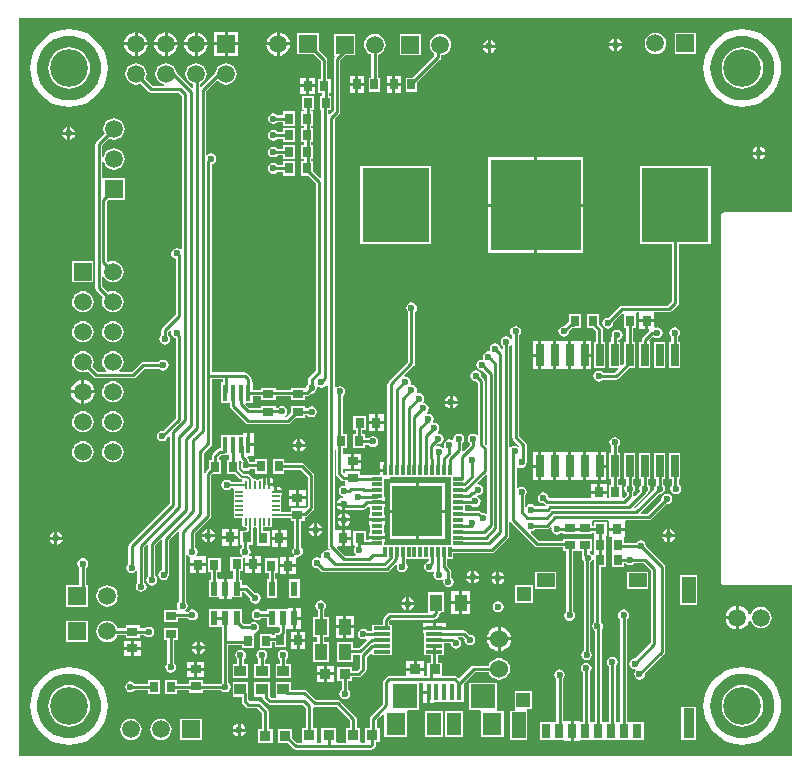
<source format=gtl>
%FSTAX23Y23*%
%MOIN*%
%SFA1B1*%

%IPPOS*%
%AMD64*
4,1,8,0.011500,0.004300,-0.011500,0.004300,-0.012600,0.003200,-0.012600,-0.003200,-0.011500,-0.004300,0.011500,-0.004300,0.012600,-0.003200,0.012600,0.003200,0.011500,0.004300,0.0*
1,1,0.002160,0.011500,0.003200*
1,1,0.002160,-0.011500,0.003200*
1,1,0.002160,-0.011500,-0.003200*
1,1,0.002160,0.011500,-0.003200*
%
%AMD65*
4,1,8,-0.004300,0.011500,-0.004300,-0.011500,-0.003200,-0.012600,0.003200,-0.012600,0.004300,-0.011500,0.004300,0.011500,0.003200,0.012600,-0.003200,0.012600,-0.004300,0.011500,0.0*
1,1,0.002160,-0.003200,0.011500*
1,1,0.002160,-0.003200,-0.011500*
1,1,0.002160,0.003200,-0.011500*
1,1,0.002160,0.003200,0.011500*
%
%ADD10C,0.010000*%
%ADD12C,0.007870*%
%ADD53R,0.035430X0.027560*%
%ADD54R,0.031500X0.035430*%
%ADD55R,0.017720X0.056100*%
%ADD56R,0.027560X0.035430*%
%ADD57R,0.299210X0.299210*%
%ADD58R,0.224410X0.250000*%
%ADD59R,0.025590X0.075790*%
%ADD60R,0.035430X0.031500*%
%ADD61R,0.165350X0.165350*%
%ADD62R,0.035430X0.011810*%
%ADD63R,0.011810X0.035430*%
G04~CAMADD=64~8~0.0~0.0~252.0~86.6~10.8~0.0~15~0.0~0.0~0.0~0.0~0~0.0~0.0~0.0~0.0~0~0.0~0.0~0.0~0.0~252.0~86.6*
%ADD64D64*%
G04~CAMADD=65~8~0.0~0.0~252.0~86.6~10.8~0.0~15~0.0~0.0~0.0~0.0~0~0.0~0.0~0.0~0.0~0~0.0~0.0~0.0~90.0~87.0~252.0*
%ADD65D65*%
%ADD66R,0.031500X0.048820*%
%ADD67R,0.037400X0.098430*%
%ADD68R,0.045280X0.086610*%
%ADD69R,0.045670X0.049210*%
%ADD70R,0.045670X0.047240*%
%ADD71R,0.059060X0.045280*%
%ADD72R,0.023620X0.049210*%
%ADD73R,0.023620X0.047240*%
%ADD74R,0.041340X0.055120*%
%ADD75R,0.037400X0.035430*%
%ADD76R,0.039370X0.037400*%
%ADD77R,0.055120X0.011810*%
%ADD78R,0.015750X0.053150*%
%ADD79R,0.082680X0.078740*%
%ADD80R,0.062990X0.074800*%
%ADD81R,0.047240X0.074800*%
%ADD82C,0.059060*%
%ADD83R,0.059060X0.059060*%
%ADD84C,0.060000*%
%ADD85R,0.059060X0.059060*%
%ADD86C,0.023620*%
%ADD87C,0.125980*%
%LNmoveh_messkette_einseitig_v2-1*%
%LPD*%
G36*
X02587Y01822D02*
X02362D01*
X02357Y01821*
X02354Y01818*
X02351Y01815*
X02351Y01811*
Y0059*
X02351Y00586*
X02354Y00582*
X02357Y0058*
X02362Y00579*
X02587*
Y00011*
X00011*
Y02469*
X02587*
Y01822*
G37*
%LNmoveh_messkette_einseitig_v2-2*%
%LPC*%
G36*
X00879Y02422D02*
Y02388D01*
X00913*
X00912Y02393*
X00908Y02403*
X00902Y02411*
X00893Y02417*
X00884Y02421*
X00879Y02422*
G37*
G36*
X00739Y02422D02*
X00705D01*
Y02388*
X00739*
Y02422*
G37*
G36*
X00505Y02422D02*
Y02388D01*
X00539*
X00538Y02393*
X00534Y02403*
X00528Y02411*
X00519Y02417*
X0051Y02421*
X00505Y02422*
G37*
G36*
X00405D02*
Y02388D01*
X00439*
X00438Y02393*
X00434Y02403*
X00428Y02411*
X00419Y02417*
X0041Y02421*
X00405Y02422*
G37*
G36*
X00605D02*
Y02388D01*
X00639*
X00638Y02393*
X00634Y02403*
X00628Y02411*
X00619Y02417*
X0061Y02421*
X00605Y02422*
G37*
G36*
X00395D02*
X00389Y02421D01*
X0038Y02417*
X00371Y02411*
X00365Y02403*
X00361Y02393*
X0036Y02388*
X00395*
Y02422*
G37*
G36*
X00595D02*
X00589Y02421D01*
X0058Y02417*
X00571Y02411*
X00565Y02403*
X00561Y02393*
X0056Y02388*
X00595*
Y02422*
G37*
G36*
X00495D02*
X00489Y02421D01*
X0048Y02417*
X00471Y02411*
X00465Y02403*
X00461Y02393*
X0046Y02388*
X00495*
Y02422*
G37*
G36*
X00869D02*
X00863Y02421D01*
X00854Y02417*
X00845Y02411*
X00839Y02403*
X00835Y02393*
X00834Y02388*
X00869*
Y02422*
G37*
G36*
X00695Y02422D02*
X0066D01*
Y02388*
X00695*
Y02422*
G37*
G36*
X02004Y02402D02*
Y02386D01*
X0202*
X02019Y02389*
X02014Y02396*
X02007Y02401*
X02004Y02402*
G37*
G36*
X01994D02*
X0199Y02401D01*
X01983Y02396*
X01978Y02389*
X01977Y02386*
X01994*
Y02402*
G37*
G36*
X01582Y02396D02*
Y0238D01*
X01599*
X01598Y02383*
X01593Y0239*
X01586Y02395*
X01582Y02396*
G37*
G36*
X01572D02*
X01569Y02395D01*
X01562Y0239*
X01557Y02383*
X01556Y0238*
X01572*
Y02396*
G37*
G36*
X0202Y02376D02*
X02004D01*
Y02359*
X02007Y0236*
X02014Y02365*
X02019Y02372*
X0202Y02376*
G37*
G36*
X01994D02*
X01977D01*
X01978Y02372*
X01983Y02365*
X0199Y0236*
X01994Y02359*
Y02376*
G37*
G36*
X01599Y0237D02*
X01582D01*
Y02353*
X01586Y02354*
X01593Y02359*
X01598Y02366*
X01599Y0237*
G37*
G36*
X01572D02*
X01556D01*
X01557Y02366*
X01562Y02359*
X01569Y02354*
X01572Y02353*
Y0237*
G37*
G36*
X02266Y02421D02*
X02195D01*
Y0235*
X02266*
Y02421*
G37*
G36*
X02131Y02421D02*
X02122Y0242D01*
X02113Y02416*
X02106Y02411*
X021Y02403*
X02096Y02395*
X02095Y02385*
X02096Y02376*
X021Y02367*
X02106Y0236*
X02113Y02354*
X02122Y02351*
X02131Y0235*
X0214Y02351*
X02149Y02354*
X02156Y0236*
X02162Y02367*
X02165Y02376*
X02167Y02385*
X02165Y02395*
X02162Y02403*
X02156Y02411*
X02149Y02416*
X0214Y0242*
X02131Y02421*
G37*
G36*
X0135Y02417D02*
X01279D01*
Y02346*
X0135*
Y02417*
G37*
G36*
X00595Y02378D02*
X0056D01*
X00561Y02373*
X00565Y02363*
X00571Y02355*
X0058Y02348*
X00589Y02344*
X00595Y02344*
Y02378*
G37*
G36*
X00495D02*
X0046D01*
X00461Y02373*
X00465Y02363*
X00471Y02355*
X0048Y02348*
X00489Y02344*
X00495Y02344*
Y02378*
G37*
G36*
X00395D02*
X0036D01*
X00361Y02373*
X00365Y02363*
X00371Y02355*
X0038Y02348*
X00389Y02344*
X00395Y02344*
Y02378*
G37*
G36*
X00913D02*
X00879D01*
Y02344*
X00884Y02344*
X00893Y02348*
X00902Y02355*
X00908Y02363*
X00912Y02373*
X00913Y02378*
G37*
G36*
X00869D02*
X00834D01*
X00835Y02373*
X00839Y02363*
X00845Y02355*
X00854Y02348*
X00863Y02344*
X00869Y02344*
Y02378*
G37*
G36*
X00639D02*
X00605D01*
Y02344*
X0061Y02344*
X00619Y02348*
X00628Y02355*
X00634Y02363*
X00638Y02373*
X00639Y02378*
G37*
G36*
X00539D02*
X00505D01*
Y02344*
X0051Y02344*
X00519Y02348*
X00528Y02355*
X00534Y02363*
X00538Y02373*
X00539Y02378*
G37*
G36*
X00439D02*
X00405D01*
Y02344*
X0041Y02344*
X00419Y02348*
X00428Y02355*
X00434Y02363*
X00438Y02373*
X00439Y02378*
G37*
G36*
X00739D02*
X00705D01*
Y02343*
X00739*
Y02378*
G37*
G36*
X00695D02*
X0066D01*
Y02343*
X00695*
Y02378*
G37*
G36*
X01283Y02275D02*
X01264D01*
Y02253*
X01283*
Y02275*
G37*
G36*
X01159D02*
X0114D01*
Y02253*
X01159*
Y02275*
G37*
G36*
X01254D02*
X01236D01*
Y02253*
X01254*
Y02275*
G37*
G36*
X0113D02*
X01112D01*
Y02253*
X0113*
Y02275*
G37*
G36*
X00998Y02271D02*
X00977D01*
Y02249*
X00998*
Y02271*
G37*
G36*
X00967D02*
X00946D01*
Y02249*
X00967*
Y02271*
G37*
G36*
X01009Y02418D02*
X00938D01*
Y02348*
X00993*
X01016Y02325*
Y02267*
X01005*
Y0222*
X0102*
Y0221*
X01012*
Y02163*
X01018*
Y01938*
X01014Y01936*
X0099Y0196*
Y01992*
X00984*
Y02*
X0099*
Y02047*
X00984*
Y02055*
X0099*
Y02102*
X00984*
Y02111*
X00989*
Y02158*
X00984*
Y02163*
X00992*
Y0221*
X00953*
Y02163*
X00961*
Y02158*
X00949*
Y02111*
X00961*
Y02102*
X0095*
Y02055*
X00961*
Y02047*
X0095*
Y02*
X00961*
Y01992*
X0095*
Y01944*
X00974*
X01Y01918*
Y01295*
X00977Y01272*
X00974Y01269*
X00974Y01264*
Y01249*
X00972Y01248*
X00968Y01242*
X00967Y01237*
X00963Y01235*
X00916*
Y01231*
X00868*
X00866Y01231*
X00865Y01232*
Y01236*
X00817*
Y01231*
X00789*
Y01255*
X00785*
Y01266*
X00784Y0127*
X00782Y01274*
X00771Y01285*
X00768Y01287*
X00763Y01288*
X00652*
Y01982*
X00656Y01983*
X00662Y01987*
X00666Y01993*
X00667Y02*
X00666Y02006*
X00662Y02012*
X00656Y02016*
X00649Y02018*
X00642Y02016*
X00638Y02013*
X00633Y02015*
Y02223*
X00668Y02259*
X00673Y02259*
X00674Y02258*
X00682Y02252*
X0069Y02248*
X007Y02247*
X00709Y02248*
X00717Y02252*
X00725Y02258*
X0073Y02265*
X00734Y02274*
X00735Y02283*
X00734Y02292*
X0073Y02301*
X00725Y02308*
X00717Y02314*
X00709Y02317*
X007Y02319*
X0069Y02317*
X00682Y02314*
X00674Y02308*
X00669Y02301*
X00665Y02292*
X00664Y02285*
X00661Y02283*
X00618Y0224*
X00613Y02242*
Y0225*
X00617Y02252*
X00625Y02258*
X0063Y02265*
X00634Y02274*
X00635Y02283*
X00634Y02292*
X0063Y02301*
X00625Y02308*
X00617Y02314*
X00609Y02317*
X006Y02319*
X0059Y02317*
X00582Y02314*
X00574Y02308*
X00569Y02301*
X00565Y02292*
X00564Y02283*
X00565Y02274*
X00569Y02265*
X00574Y02258*
X00582Y02252*
X0059Y02248*
X00591Y02248*
Y02238*
X00586Y02236*
X00535Y02287*
X00534Y02292*
X0053Y02301*
X00525Y02308*
X00517Y02314*
X00509Y02317*
X005Y02319*
X0049Y02317*
X00482Y02314*
X00474Y02308*
X00469Y02301*
X00465Y02292*
X00464Y02283*
X00465Y02274*
X00469Y02265*
X00474Y02258*
X00482Y02252*
X0049Y02248*
X00494Y02248*
X00494Y02243*
X00455*
X00431Y02267*
X00434Y02274*
X00435Y02283*
X00434Y02292*
X0043Y02301*
X00425Y02308*
X00417Y02314*
X00409Y02317*
X004Y02319*
X0039Y02317*
X00382Y02314*
X00374Y02308*
X00369Y02301*
X00365Y02292*
X00364Y02283*
X00365Y02274*
X00369Y02265*
X00374Y02258*
X00382Y02252*
X0039Y02248*
X004Y02247*
X00409Y02248*
X00416Y02251*
X00443Y02224*
X00446Y02222*
X00451Y02221*
X00542*
X00552Y02211*
Y017*
X00547Y01698*
X00542Y01701*
X00535Y01703*
X00528Y01701*
X00522Y01697*
X00518Y01691*
X00517Y01685*
X00518Y01678*
X00522Y01672*
X00528Y01668*
X00532Y01667*
Y0148*
X00488Y01437*
X00485Y01433*
X00484Y01429*
Y01413*
X00483Y01412*
X00479Y01406*
X00478Y01399*
X00479Y01392*
X00483Y01386*
X00489Y01382*
X00496Y01381*
X00503Y01382*
X00508Y01386*
X00512Y01392*
X00514Y01399*
X00512Y01406*
X00508Y01412*
X00507Y01413*
Y01424*
X00516Y01433*
X0052Y0143*
X00518Y01428*
X00517Y01421*
X00518Y01414*
X00522Y01408*
X00528Y01404*
X00532Y01403*
Y01136*
X0049Y01094*
X00488Y01094*
X00481Y01093*
X00475Y01089*
X00471Y01083*
X0047Y01076*
X00471Y01069*
X00475Y01063*
X00481Y01059*
X00488Y01058*
X00495Y01059*
X005Y01063*
X00504Y01069*
X00506Y01075*
X00507Y01077*
X00507*
X00512Y01074*
Y00851*
X00377Y00716*
X00375Y00712*
X00374Y00708*
Y00651*
X00373Y0065*
X00369Y00644*
X00367Y00637*
X00369Y0063*
X00373Y00625*
X00378Y00621*
X00385Y00619*
X00392Y00621*
X00398Y00625*
X00399Y00626*
X00404Y00625*
Y00587*
X00404Y00587*
X004Y00581*
X00399Y00574*
X004Y00567*
X00404Y00562*
X0041Y00558*
X00417Y00556*
X00424Y00558*
X0043Y00562*
X00434Y00567*
X00435Y00574*
X00434Y00581*
X0043Y00587*
X00426Y00589*
Y00706*
X00436Y00716*
X00441Y00714*
Y00609*
X00439Y00608*
X00436Y00602*
X00434Y00595*
X00436Y00588*
X00439Y00583*
X00445Y00579*
X00452Y00577*
X00459Y00579*
X00465Y00583*
X00469Y00588*
X0047Y00595*
X00469Y00602*
X00465Y00608*
X00463Y00609*
Y00712*
X00483Y00731*
X00488Y00729*
Y00631*
X00485Y0063*
X00479Y00626*
X00475Y00621*
X00474Y00614*
X00475Y00607*
X00479Y00601*
X00485Y00597*
X00492Y00596*
X00499Y00597*
X00504Y00601*
X00508Y00607*
X0051Y00614*
X00509Y00615*
X0051Y00618*
Y00729*
X00539Y00758*
X00541Y00757*
X00544Y00756*
Y00525*
X00542Y00524*
X00538Y00518*
X00537Y00511*
X00538Y00504*
X0054Y00501*
X00538Y00496*
X00494*
Y00456*
X00541*
Y00469*
X00574*
X00575Y00467*
X00581Y00463*
X00588Y00462*
X00595Y00463*
X00601Y00467*
X00605Y00473*
X00606Y0048*
X00605Y00487*
X00601Y00493*
X00595Y00497*
X00588Y00498*
X00581Y00497*
X00575Y00493*
X00574Y00491*
X00565*
X00564Y00496*
X00567Y00499*
X00571Y00504*
X00573Y00511*
X00571Y00518*
X00567Y00524*
X00566Y00525*
Y0068*
X00567Y0068*
X00573Y00679*
X00574Y00678*
X0058Y00674*
Y00652*
X00606*
X00632*
Y00675*
X00604*
X00601Y0068*
X00604Y00684*
X00605Y0069*
X00604Y00697*
X006Y00703*
X00598Y00704*
Y00752*
X00648Y00802*
X00651Y00805*
X00651Y0081*
Y00945*
X00656Y00949*
X00683*
Y00997*
X00675*
Y01005*
X00683Y01013*
X00693*
Y01013*
X00695Y01013*
X00711*
Y00997*
X00702*
Y00949*
X00731*
X00746Y00934*
X0075Y00932*
X00752Y00932*
X00754Y00927*
X00751Y00923*
X00717*
X00715Y00926*
X00709Y0093*
X00702Y00931*
X00695Y0093*
X00689Y00926*
X00686Y0092*
X00684Y00913*
X00686Y00906*
X00689Y009*
X00695Y00896*
X00702Y00895*
X00709Y00896*
X00715Y009*
X00717Y00903*
X00723*
X00725Y00898*
X00725Y00897*
X00725Y00895*
Y00888*
X00725Y00885*
X00726Y00884*
X00725Y00882*
X00725Y00879*
Y00872*
X00725Y0087*
X00726Y00868*
X00725Y00866*
X00725Y00863*
Y00857*
X00725Y00854*
X00726Y00852*
X00725Y0085*
X00725Y00847*
Y00841*
X00725Y00838*
X00726Y00836*
X00725Y00834*
X00725Y00832*
Y00825*
X00725Y00822*
X00726Y00821*
X00725Y00819*
X00725Y00816*
Y00809*
X00725Y00807*
X00727Y00804*
X00729Y00803*
X00732Y00802*
X00754*
Y0078*
X00755Y00777*
X00756Y00775*
X00759Y00773*
X00761Y00773*
X00768*
X00771Y00768*
Y00765*
X00768Y00761*
X00748*
Y00714*
X00753*
Y00705*
X00751Y00704*
X00748Y00698*
X00746Y00691*
X00748Y00685*
X00751Y00679*
X00752Y00679*
X00754Y00674*
X00753Y00672*
X00752*
X00713*
Y00625*
X00724*
Y00602*
X00719Y00601*
X00702*
Y00567*
Y00534*
X00719*
Y00538*
X00752*
Y00556*
X00761*
X0078Y00537*
X0078Y00535*
X00781Y00528*
X00785Y00522*
X00791Y00518*
X00798Y00517*
X00805Y00518*
X00811Y00522*
X00814Y00528*
X00816Y00535*
X00814Y00542*
X00811Y00548*
X00805Y00552*
X00798Y00553*
X00796Y00553*
X00773Y00575*
X00769Y00578*
X00765Y00579*
X00752*
Y00597*
X00746*
Y00625*
X00756*
Y00669*
X00759Y00672*
X00763Y00671*
X00764Y00671*
Y00653*
X00785*
Y00676*
X00781*
X00778Y00681*
X00781Y00685*
X00782Y00691*
X00781Y00698*
X00777Y00704*
X00775Y00705*
Y00714*
X00791*
Y00758*
X00791Y0076*
Y00771*
X00793Y00773*
X00799*
X00803Y00768*
Y00758*
X00802*
Y00711*
X00845*
Y00758*
X00823*
Y00771*
X00824Y00773*
X00831*
X00834Y00773*
X00835Y00774*
X00837Y00773*
X0084Y00773*
X00847*
X00849Y00773*
X00852Y00775*
X00853Y00777*
X00854Y0078*
Y00802*
X00876*
X00878Y00803*
X00915*
Y00793*
X00927*
Y00705*
X00926Y00704*
X00922Y00698*
X0092Y00691*
X00922Y00685*
X00926Y00679*
X00928Y00677*
X00927Y00672*
X00911*
Y00649*
X00932*
Y0067*
X00936Y00674*
X00938Y00673*
X00945Y00675*
X00951Y00679*
X00955Y00685*
X00957Y00691*
X00955Y00698*
X00951Y00704*
X0095Y00705*
Y00793*
X00962*
Y008*
X00963Y00805*
X00967Y00806*
X00971Y00808*
X00991Y00828*
X00993Y00832*
X00994Y00836*
Y00945*
X00993Y00949*
X00991Y00953*
X0096Y00983*
X00956Y00986*
X00952Y00987*
X00894*
Y00999*
X00855*
Y00951*
X00894*
Y00964*
X00948*
X00972Y0094*
Y00841*
X00966Y00835*
X00962Y00836*
X00915*
Y00823*
X00885*
X00883Y00825*
Y00832*
X00883Y00834*
X00882Y00836*
X00883Y00838*
X00883Y00841*
Y00847*
X00883Y0085*
X00882Y00852*
X00883Y00854*
X00883Y00857*
Y00863*
X00883Y00866*
X00882Y00868*
X00883Y0087*
X00883Y00872*
Y00879*
X00883Y0088*
X00884Y0088*
X00887Y00884*
X00887Y00886*
X00865*
Y00891*
X0086*
Y00906*
X00858*
Y00908*
X00843*
Y00913*
X00838*
Y00935*
X00836Y00935*
X00835Y00935*
X00835Y00935*
X00833Y00935*
Y00913*
X00823*
Y00935*
X0082Y00935*
X00816Y00932*
X00816Y00931*
X00815Y00932*
X00809*
X00806Y00931*
X00804Y0093*
X00802Y00931*
X00799Y00932*
X00793*
X0079Y00934*
X00789Y00936*
X00787Y00939*
X00777Y00949*
X00774Y00951*
X0077Y00951*
X00758*
X00742Y00967*
Y00992*
Y00994*
X00747Y00996*
X00753Y0099*
Y00989*
X00751Y00985*
X00749Y00978*
X00751Y00971*
X00754Y00965*
X0076Y00961*
X00767Y0096*
X00774Y00961*
X0078Y00965*
X00781Y00967*
X00796*
Y00951*
X00835*
Y00999*
X00796*
Y00989*
X00781*
X0078Y00991*
X00776Y00993*
Y00994*
X00775Y00998*
X00772Y01002*
X0077Y01005*
X00772Y01009*
X00793*
Y01042*
X00774*
Y01047*
X00769*
Y01085*
X00755*
Y01081*
X00683*
Y01038*
X00679Y01035*
X00674Y01034*
X00671Y01032*
X00656Y01017*
X00654Y01014*
X00653Y0101*
Y00997*
X00643*
Y00968*
X00632Y00957*
X0063Y00954*
X0063Y00953*
X00625Y00953*
Y01019*
X00649Y01044*
X00652Y01047*
X00652Y01052*
Y01266*
X00689*
Y01255*
X00683*
Y01187*
X00712*
Y01177*
X00713Y01172*
X00715Y01169*
X00765Y01119*
X00769Y01116*
X00773Y01115*
X00905*
X0091Y01116*
X00913Y01119*
X00932Y01137*
X00963*
Y01145*
X00971*
X00972Y01144*
X00978Y0114*
X00985Y01139*
X00992Y0114*
X00998Y01144*
X01001Y0115*
X01003Y01157*
X01001Y01163*
X00998Y01169*
X00992Y01173*
X00985Y01175*
X00978Y01173*
X00972Y01169*
X00971Y01168*
X00963*
Y01176*
X00916*
Y01153*
X00901Y01138*
X00898Y01139*
X00897Y01144*
X00899Y01145*
X00903Y01151*
X00904Y01158*
X00903Y01165*
X00899Y01171*
X00893Y01175*
X00886Y01176*
X00879Y01175*
X00874Y01171*
X00872Y01169*
X00865*
Y01177*
X00817*
Y01169*
X00778*
X00764Y01182*
X00766Y01187*
X00789*
Y01208*
X00817*
Y01196*
X00865*
Y01204*
X00865Y01208*
X00916*
Y01196*
X00963*
Y01208*
X0097*
X00974Y01209*
X00977Y01212*
X00983Y01217*
X00985Y01217*
X00992Y01218*
X00998Y01222*
X01001Y01228*
X01003Y01235*
X01002Y01239*
X01003Y0124*
X01006Y01242*
X01011Y01239*
X01018Y01237*
X01025Y01239*
X01031Y01243*
X01032Y01244*
X01039Y01245*
X0104Y01245*
Y00708*
X0104Y00704*
X01043Y007*
X01045Y00698*
X01042Y00694*
X01035Y00696*
X01028Y00694*
X01022Y0069*
X01018Y00684*
X01017Y00678*
X01018Y00672*
X01016Y00669*
X01014Y00668*
X0101Y00671*
X01003Y00672*
X00997Y00671*
X00991Y00667*
X00987Y00661*
X00985Y00654*
X00987Y00647*
X00991Y00641*
X00997Y00637*
X01003Y00636*
X01005Y00636*
X01016Y00626*
X0102Y00623*
X01024Y00622*
X01236*
X0124Y00623*
X01244Y00626*
X01265Y00647*
X0127Y00645*
X01269Y0064*
X0127Y00633*
X01274Y00627*
X0128Y00624*
X01287Y00622*
X01294Y00624*
X013Y00627*
X01304Y00633*
X01305Y0064*
X01304Y00647*
X013Y00653*
Y00667*
X01376*
Y00659*
X01376Y00658*
X01371Y00657*
X01365Y00653*
X01361Y00647*
X01359Y00641*
X01361Y00634*
X01365Y00628*
X01371Y00624*
X01377Y00622*
X01384Y00624*
X01388Y00626*
X01394Y00624*
X01394Y00624*
X01394Y00622*
X01392Y0062*
X01391Y00613*
X01392Y00606*
X01396Y006*
X01402Y00596*
X01409Y00595*
X01416Y00596*
X0142Y00599*
X01421Y00599*
X01425Y00596*
X01423Y0059*
X01425Y00583*
X01429Y00577*
X01435Y00573*
X01441Y00572*
X01448Y00573*
X01454Y00577*
X01458Y00583*
X01459Y0059*
X01458Y00597*
X01454Y00603*
X01451Y00605*
Y00626*
X0145Y00631*
X01448Y00634*
X01438Y00644*
Y00667*
X01458*
Y00685*
X01586*
X0159Y00686*
X01594Y00688*
X01641Y00736*
X01644Y00739*
X01644Y00744*
Y00788*
X01649Y00789*
X0165Y00789*
X0173Y00708*
X01734Y00706*
X01738Y00705*
X01822*
Y00692*
X01834*
Y00492*
X01833Y00491*
X01829Y00485*
X01828Y00478*
X01829Y00471*
X01833Y00465*
X01839Y00461*
X01846Y0046*
X01852Y00461*
X01858Y00465*
X01862Y00471*
X01864Y00478*
X01862Y00485*
X01858Y00491*
X01857Y00492*
Y00692*
X01868*
X01873*
X01874*
X01886*
Y00679*
X01886Y00677*
X01886Y00675*
X01886Y00675*
X01886Y00674*
X01887Y00673*
X01887Y00671*
X01888Y00664*
X01892Y00658*
X01892Y00658*
Y00361*
X01889Y00359*
X01885Y00353*
X01884Y00346*
X01885Y00339*
X01889Y00333*
X01895Y00329*
X01902Y00328*
X01909Y00329*
X01914Y00333*
X01918Y00339*
X0192Y00346*
X01918Y00353*
X01914Y00359*
X01914Y00359*
Y00656*
X01917Y00658*
X01921Y00664*
X01926Y00663*
Y00639*
X01927*
Y00456*
X01926Y00455*
X01922Y00449*
X0192Y00442*
X01922Y00436*
X01926Y0043*
X0193Y00427*
Y00127*
X01927Y00123*
X01919*
X01916*
X01912Y00127*
Y00288*
X01914Y00289*
X01918Y00295*
X01919Y00302*
X01918Y00309*
X01914Y00314*
X01908Y00318*
X01901Y0032*
X01894Y00318*
X01888Y00314*
X01884Y00309*
X01883Y00302*
X01884Y00295*
X01888Y00289*
X0189Y00288*
Y00123*
X0188*
Y00127*
X01859*
Y00093*
Y00058*
X0188*
Y00062*
X01914*
X01919*
X01924*
X01957*
X01962*
X01967*
X02044*
X02049*
X02054*
X02092*
Y00123*
X02054*
X02049*
X02044*
X02036*
Y00466*
X02038Y00467*
X02042Y00473*
X02043Y0048*
X02042Y00487*
X02038Y00493*
X02032Y00497*
X02025Y00498*
X02018Y00497*
X02012Y00493*
X02008Y00487*
X02007Y0048*
X02008Y00473*
X02012Y00467*
X02014Y00466*
Y00123*
X01999*
Y00308*
X02Y0031*
X02004Y00315*
X02006Y00322*
X02004Y00329*
X02Y00335*
X01995Y00339*
X01988Y0034*
X01981Y00339*
X01975Y00335*
X01971Y00329*
X0197Y00322*
X01971Y00315*
X01975Y0031*
X01977Y00308*
Y00127*
X01973Y00123*
X01962*
X01958*
X01953Y00123*
Y00432*
X01955Y00436*
X01957Y00442*
X01955Y00449*
X01951Y00455*
X0195Y00456*
Y00639*
X01966*
Y00687*
Y0069*
Y00738*
X01968Y00742*
X0197*
Y00789*
X01926*
Y00776*
X0192*
Y0079*
Y00791*
X01922Y00795*
X01973*
X01977Y00793*
Y0079*
Y0077*
X02003*
X02029*
Y0079*
Y00793*
X02033Y00795*
X02109*
X02113Y00796*
X02117Y00798*
X02167Y00848*
X02169Y00848*
X02176Y00849*
X02182Y00853*
X02185Y00859*
X02187Y00866*
X02185Y00873*
X02182Y00878*
X02176Y00882*
X02169Y00884*
X02162Y00882*
X02156Y00878*
X02152Y00873*
X02151Y00866*
X02151Y00864*
X02105Y00817*
X02084*
X02082Y00822*
X02144Y00883*
X02146Y00883*
X02152Y00884*
X02158Y00888*
X02162Y00894*
X02164Y00901*
X02162Y00908*
X02158Y00914*
X02157Y00915*
Y00932*
X02164*
Y01019*
X02127*
Y00932*
X02134*
Y00915*
X02133Y00914*
X02129Y00908*
X02128Y00901*
X02128Y00899*
X02064Y00835*
X02062Y00835*
X0206Y00841*
X02105Y00885*
X02106Y00886*
X02108Y00888*
X02112Y00894*
X02114Y00901*
X02112Y00908*
X02108Y00914*
X02107Y00915*
Y00932*
X02114*
Y01019*
X02077*
Y00932*
X02084*
Y00915*
X02083Y00914*
X02079Y00908*
X02078Y00901*
X02079Y00894*
X0208Y00892*
X02063Y00875*
X02059Y00877*
X02058Y00877*
Y00888*
X02058Y00888*
X02062Y00894*
X02064Y00901*
X02062Y00908*
X02058Y00914*
X02057Y00915*
Y00932*
X02064*
Y01019*
X02027*
Y00932*
X02034*
Y00915*
X02033Y00914*
X02029Y00908*
X02028Y00901*
X02029Y00894*
X02033Y00888*
X02036Y00886*
Y00881*
X02025Y0087*
X0202Y00872*
Y00913*
X02007*
Y00932*
X02014*
Y01019*
X02007*
Y01041*
X02008Y01042*
X02012Y01048*
X02014Y01055*
X02012Y01062*
X02008Y01067*
X02002Y01071*
X01996Y01073*
X01989Y01071*
X01983Y01067*
X01979Y01062*
X01978Y01055*
X01979Y01048*
X01983Y01042*
X01984Y01041*
Y01019*
X01977*
Y00932*
X01984*
Y00913*
X01976*
Y00868*
X01969*
Y00884*
X01943*
X01917*
Y00868*
X01777*
X01775Y0087*
X01774Y00876*
X0177Y00882*
X01764Y00886*
X01757Y00888*
X0175Y00886*
X01745Y00882*
X01741Y00876*
X01739Y0087*
X01741Y00863*
X01745Y00857*
X0175Y00853*
X01757Y00852*
X01759Y00852*
X01762Y00849*
X01765Y00847*
X01764Y00842*
X01729*
X01728Y00844*
X01722Y00848*
X01715Y00849*
X01708Y00848*
X01702Y00844*
X01701Y00841*
X01696Y00843*
Y00875*
X01697Y00876*
X01701Y00882*
X01703Y00889*
X01701Y00896*
X01697Y00902*
X01691Y00906*
X01685Y00907*
X01678Y00906*
X01674Y00903*
X01669Y00906*
Y00971*
X01674Y00974*
X01678Y00971*
X01685Y0097*
X01691Y00971*
X01697Y00975*
X01701Y00981*
X01703Y00988*
X01702Y00991*
X01703Y00995*
Y01046*
X01702Y0105*
X01699Y01054*
X01676Y01077*
Y01411*
X01678Y01412*
X01682Y01418*
X01683Y01425*
X01682Y01432*
X01678Y01437*
X01672Y01441*
X01665Y01443*
X01658Y01441*
X01652Y01437*
X01648Y01432*
X01647Y01425*
X01648Y01418*
X01652Y01412*
X01654Y01411*
Y01401*
X01649Y01399*
X01646Y01403*
X0164Y01407*
X01633Y01408*
X01626Y01407*
X01621Y01403*
X01617Y01397*
X01615Y0139*
X01617Y01383*
X01621Y01377*
X01622Y01376*
Y01366*
X01617Y01364*
X01615Y01366*
X01615Y01367*
X01614Y01374*
X0161Y01379*
X01604Y01383*
X01597Y01385*
X0159Y01383*
X01584Y01379*
X0158Y01374*
X01579Y01367*
X0158Y01362*
X01576Y01358*
X01576Y01358*
X01574Y01358*
X01567Y01357*
X01562Y01353*
X01558Y01347*
X01556Y0134*
X01557Y01335*
X01555Y01331*
X01554Y0133*
X01552Y01331*
X01545Y01329*
X01539Y01325*
X01535Y01319*
X01534Y01313*
X01535Y01306*
X01539Y013*
X01545Y01296*
X01552Y01294*
X01554Y01295*
X01571Y01278*
Y01049*
X01566Y01047*
X01562Y01051*
Y01258*
X01561Y01263*
X01559Y01266*
X0155Y01275*
X0155Y01277*
X01549Y01284*
X01545Y0129*
X01539Y01294*
X01532Y01295*
X01525Y01294*
X01519Y0129*
X01515Y01284*
X01514Y01277*
X01515Y0127*
X01519Y01264*
X01525Y0126*
X01532Y01259*
X01534Y01259*
X0154Y01254*
Y01082*
X01535Y0108*
X0153Y01083*
X01523Y01084*
X01516Y01083*
X0151Y01079*
X01506Y01073*
X01505Y01066*
X01506Y01059*
X0151Y01054*
X01512Y01052*
Y01047*
X01492Y01027*
X01491Y01027*
X0149Y01027*
X01487Y01029*
Y01053*
X01489Y01054*
X01493Y0106*
X01494Y01066*
X01493Y01073*
X01489Y01079*
X01483Y01083*
X01476Y01084*
X01469Y01083*
X01463Y01079*
X01459Y01073*
X01458Y01066*
X01458Y01065*
X01454Y01062*
X01451Y01063*
X01444Y01065*
X01437Y01063*
X01432Y0106*
X01428Y01054*
X01426Y01047*
X01428Y0104*
X01428Y0104*
X01424Y01037*
X01418Y01041*
X01411Y01042*
X01404Y01041*
X01404Y01041*
X01401Y01045*
X01405Y01049*
X01407Y01048*
X01414Y0105*
X0142Y01054*
X01424Y01059*
X01425Y01066*
X01424Y01073*
X0142Y01079*
X01414Y01083*
X01407Y01084*
X01407Y01084*
X01405Y01089*
X01405Y01089*
X01409Y01095*
X0141Y01102*
X01409Y01109*
X01405Y01115*
X01399Y01119*
X01392Y0112*
X01392Y0112*
X01389Y01124*
X0139Y01126*
X01392Y01133*
X0139Y0114*
X01386Y01146*
X0138Y0115*
X01374Y01151*
X01373Y01151*
X01371Y01153*
X0137Y01156*
X01373Y01161*
X01375Y01168*
X01373Y01175*
X0137Y01181*
X01364Y01185*
X01359Y01186*
X01356Y0119*
X01356Y01191*
X01359Y01194*
X0136Y01201*
X01359Y01208*
X01355Y01214*
X01349Y01218*
X01342Y01219*
X01339Y01219*
X01339Y01219*
X01336Y01223*
X01336Y01228*
X01335Y01235*
X01331Y01241*
X01325Y01245*
X01318Y01246*
X01318Y01246*
X01315Y0125*
X01316Y01255*
X01314Y01262*
X01311Y01268*
X01305Y01272*
X01298Y01273*
X01296Y01273*
X01293Y01278*
X01326Y01311*
X01329Y01314*
X0133Y01318*
Y0149*
X01331Y01491*
X01335Y01497*
X01336Y01503*
X01335Y0151*
X01331Y01516*
X01325Y0152*
X01318Y01522*
X01311Y0152*
X01306Y01516*
X01302Y0151*
X013Y01503*
X01302Y01497*
X01306Y01491*
X01307Y0149*
Y01323*
X01242Y01257*
X01239Y01254*
X01238Y0125*
Y0099*
X01235*
Y00962*
X0123*
Y00957*
X01214*
Y00946*
X01179*
Y00945*
X01145*
Y00958*
X01098*
Y00953*
X01093Y00951*
X01089Y00955*
Y00965*
X01094Y00966*
X01094*
X01117*
Y00992*
Y01017*
X01094*
X01094*
X01089Y01019*
Y01037*
X01104*
Y01084*
X01089*
Y0121*
X01092Y01212*
X01096Y01218*
X01097Y01225*
X01096Y01231*
X01092Y01237*
X01086Y01241*
X01079Y01243*
X01072Y01241*
X01067Y01238*
X01065Y01238*
X01062Y01239*
Y01452*
Y01452*
Y02133*
X01078Y02149*
X01081Y02153*
X01081Y02157*
Y0233*
X01098Y02346*
X01131*
Y02417*
X0106*
Y02346*
X01062Y02341*
X0106Y02338*
X01059Y02334*
Y02162*
X01045Y02148*
X0104Y0215*
Y02163*
X01051*
Y0221*
X01043*
Y0222*
X01049*
Y02267*
X01038*
Y02329*
X01037Y02334*
X01035Y02337*
X01009Y02363*
Y02418*
G37*
G36*
X01414Y02417D02*
X01405Y02416D01*
X01397Y02412*
X01389Y02407*
X01384Y02399*
X0138Y02391*
X01379Y02381*
X0138Y02372*
X01384Y02364*
X01389Y02356*
X01394Y02352*
Y02343*
X01322Y02271*
X01299*
Y02224*
X01338*
Y02255*
X01413Y0233*
X01415Y02334*
X01416Y02338*
Y02346*
X01424Y02347*
X01432Y0235*
X0144Y02356*
X01445Y02364*
X01449Y02372*
X0145Y02381*
X01449Y02391*
X01445Y02399*
X0144Y02407*
X01432Y02412*
X01424Y02416*
X01414Y02417*
G37*
G36*
X01196D02*
X01187Y02416D01*
X01178Y02412*
X01171Y02407*
X01165Y02399*
X01161Y02391*
X0116Y02381*
X01161Y02372*
X01165Y02364*
X01171Y02356*
X01178Y0235*
X01184Y02348*
Y02271*
X01175*
Y02224*
X01214*
Y02271*
X01206*
Y02347*
X01214Y0235*
X01221Y02356*
X01227Y02364*
X0123Y02372*
X01232Y02381*
X0123Y02391*
X01227Y02399*
X01221Y02407*
X01214Y02412*
X01205Y02416*
X01196Y02417*
G37*
G36*
X01283Y02243D02*
X01264D01*
Y0222*
X01283*
Y02243*
G37*
G36*
X01254D02*
X01236D01*
Y0222*
X01254*
Y02243*
G37*
G36*
X01159D02*
X0114D01*
Y0222*
X01159*
Y02243*
G37*
G36*
X0113D02*
X01112D01*
Y0222*
X0113*
Y02243*
G37*
G36*
X00998Y02239D02*
X00977D01*
Y02216*
X00998*
Y02239*
G37*
G36*
X00967D02*
X00946D01*
Y02216*
X00967*
Y02239*
G37*
G36*
X02421Y02432D02*
X02401Y0243D01*
X02381Y02426*
X02362Y02418*
X02345Y02407*
X02329Y02394*
X02316Y02379*
X02305Y02361*
X02298Y02343*
X02293Y02323*
X02291Y02303*
X02293Y02282*
X02298Y02263*
X02305Y02244*
X02316Y02227*
X02329Y02211*
X02345Y02198*
X02362Y02187*
X02381Y0218*
X02401Y02175*
X02421Y02173*
X02441Y02175*
X02461Y0218*
X0248Y02187*
X02497Y02198*
X02512Y02211*
X02525Y02227*
X02536Y02244*
X02544Y02263*
X02549Y02282*
X0255Y02303*
X02549Y02323*
X02544Y02343*
X02536Y02361*
X02525Y02379*
X02512Y02394*
X02497Y02407*
X0248Y02418*
X02461Y02426*
X02441Y0243*
X02421Y02432*
G37*
G36*
X00177D02*
X00156Y0243D01*
X00137Y02426*
X00118Y02418*
X00101Y02407*
X00085Y02394*
X00072Y02379*
X00061Y02361*
X00054Y02343*
X00049Y02323*
X00047Y02303*
X00049Y02282*
X00054Y02263*
X00061Y02244*
X00072Y02227*
X00085Y02211*
X00101Y02198*
X00118Y02187*
X00137Y0218*
X00156Y02175*
X00177Y02173*
X00197Y02175*
X00217Y0218*
X00235Y02187*
X00253Y02198*
X00268Y02211*
X00281Y02227*
X00292Y02244*
X003Y02263*
X00304Y02282*
X00306Y02303*
X00304Y02323*
X003Y02343*
X00292Y02361*
X00281Y02379*
X00268Y02394*
X00253Y02407*
X00235Y02418*
X00217Y02426*
X00197Y0243*
X00177Y02432*
G37*
G36*
X0093Y02158D02*
X0089D01*
Y02145*
X00872*
X00871Y02147*
X00865Y02151*
X00858Y02152*
X00851Y02151*
X00845Y02147*
X00841Y02141*
X0084Y02134*
X00841Y02127*
X00845Y02122*
X00851Y02118*
X00858Y02116*
X00865Y02118*
X00871Y02122*
X00872Y02123*
X0089*
Y02111*
X0093*
Y02158*
G37*
G36*
X00181Y02106D02*
Y0209D01*
X00197*
X00196Y02094*
X00191Y02101*
X00184Y02106*
X00181Y02106*
G37*
G36*
X00171D02*
X00167Y02106D01*
X0016Y02101*
X00155Y02094*
X00154Y0209*
X00171*
Y02106*
G37*
G36*
X00931Y02102D02*
X00891D01*
Y02089*
X00872*
X00871Y02091*
X00865Y02095*
X00858Y02096*
X00851Y02095*
X00845Y02091*
X00841Y02085*
X0084Y02078*
X00841Y02071*
X00845Y02065*
X00851Y02062*
X00858Y0206*
X00865Y02062*
X00871Y02065*
X00872Y02067*
X00891*
Y02055*
X00931*
Y02102*
G37*
G36*
X00197Y0208D02*
X00181D01*
Y02064*
X00184Y02065*
X00191Y02069*
X00196Y02077*
X00197Y0208*
G37*
G36*
X00171D02*
X00154D01*
X00155Y02077*
X0016Y02069*
X00167Y02065*
X00171Y02064*
Y0208*
G37*
G36*
X00326Y02135D02*
X00317Y02134D01*
X00308Y0213*
X00301Y02125*
X00295Y02117*
X00292Y02109*
X00291Y021*
X00292Y0209*
X00295Y02084*
X00267Y02056*
X00265Y02053*
X00264Y02048*
Y01571*
X00265Y01567*
X00267Y01563*
X00291Y01539*
X00288Y01533*
X00287Y01523*
X00288Y01514*
X00292Y01506*
X00298Y01498*
X00305Y01493*
X00314Y01489*
X00323Y01488*
X00332Y01489*
X00341Y01493*
X00348Y01498*
X00354Y01506*
X00357Y01514*
X00359Y01523*
X00357Y01533*
X00354Y01541*
X00348Y01549*
X00341Y01554*
X00332Y01558*
X00323Y01559*
X00314Y01558*
X00307Y01555*
X00286Y01576*
Y01606*
X00291Y01607*
X00292Y01606*
X00298Y01598*
X00305Y01593*
X00314Y01589*
X00323Y01588*
X00332Y01589*
X00341Y01593*
X00348Y01598*
X00354Y01606*
X00357Y01614*
X00359Y01623*
X00357Y01633*
X00354Y01641*
X00348Y01649*
X00341Y01654*
X00332Y01658*
X00323Y01659*
X00314Y01658*
X00307Y01655*
X00302Y0166*
Y0186*
X00307Y01864*
X00362*
Y01935*
X00291*
X00286Y01936*
Y01994*
X00291Y01994*
X00292Y0199*
X00295Y01982*
X00301Y01974*
X00308Y01969*
X00317Y01965*
X00326Y01964*
X00336Y01965*
X00344Y01969*
X00352Y01974*
X00357Y01982*
X00361Y0199*
X00362Y02*
X00361Y02009*
X00357Y02017*
X00352Y02025*
X00344Y0203*
X00336Y02034*
X00326Y02035*
X00317Y02034*
X00308Y0203*
X00301Y02025*
X00295Y02017*
X00292Y02009*
X00291Y02005*
X00286Y02005*
Y02044*
X0031Y02068*
X00317Y02065*
X00326Y02064*
X00336Y02065*
X00344Y02069*
X00352Y02074*
X00357Y02082*
X00361Y0209*
X00362Y021*
X00361Y02109*
X00357Y02117*
X00352Y02125*
X00344Y0213*
X00336Y02134*
X00326Y02135*
G37*
G36*
X00931Y02047D02*
X00891D01*
Y02034*
X00872*
X00871Y02036*
X00865Y0204*
X00858Y02041*
X00851Y0204*
X00845Y02036*
X00841Y0203*
X0084Y02023*
X00841Y02016*
X00845Y0201*
X00851Y02006*
X00858Y02005*
X00865Y02006*
X00871Y0201*
X00872Y02012*
X00891*
Y02*
X00931*
Y02047*
G37*
G36*
X02481Y0204D02*
Y02024D01*
X02497*
X02496Y02028*
X02492Y02035*
X02484Y0204*
X02481Y0204*
G37*
G36*
X02471D02*
X02467Y0204D01*
X0246Y02035*
X02455Y02028*
X02455Y02024*
X02471*
Y0204*
G37*
G36*
X02497Y02014D02*
X02481D01*
Y01998*
X02484Y01999*
X02492Y02003*
X02496Y02011*
X02497Y02014*
G37*
G36*
X02471D02*
X02455D01*
X02455Y02011*
X0246Y02003*
X02467Y01999*
X02471Y01998*
Y02014*
G37*
G36*
X00931Y01992D02*
X00891D01*
Y01979*
X00872*
X00871Y01981*
X00865Y01985*
X00858Y01986*
X00851Y01985*
X00845Y01981*
X00841Y01975*
X0084Y01968*
X00841Y01961*
X00845Y01955*
X00851Y01951*
X00858Y0195*
X00865Y01951*
X00871Y01955*
X00872Y01957*
X00891*
Y01944*
X00931*
Y01992*
G37*
G36*
X01891Y02006D02*
X01737D01*
Y01851*
X01891*
Y02006*
G37*
G36*
X01727D02*
X01572D01*
Y01851*
X01727*
Y02006*
G37*
G36*
X01383Y01977D02*
X01147D01*
Y01715*
X01383*
Y01977*
G37*
G36*
X01891Y01841D02*
X01737D01*
Y01686*
X01891*
Y01841*
G37*
G36*
X01727D02*
X01572D01*
Y01686*
X01727*
Y01841*
G37*
G36*
X00258Y01659D02*
X00187D01*
Y01588*
X00258*
Y01659*
G37*
G36*
X02316Y01977D02*
X0208D01*
Y01715*
X02187*
Y01526*
X02172Y01511*
X02019*
X02015Y0151*
X02011Y01507*
X01974Y0147*
X01972Y0147*
X01965Y01469*
X01959Y01465*
X01955Y01459*
X01954Y01452*
X01955Y01445*
X01959Y01439*
X01965Y01436*
X01972Y01434*
X01979Y01436*
X01985Y01439*
X01989Y01445*
X0199Y01452*
X0199Y01454*
X02021Y01485*
X02025Y01483*
Y01437*
X02034*
X02034Y01436*
Y0139*
X02027*
Y01318*
X02019Y0131*
X02014Y01312*
Y0139*
X02007*
Y01395*
X0201Y01396*
X02016Y014*
X0202Y01406*
X02022Y01413*
X0202Y0142*
X02016Y01426*
X0201Y0143*
X02003Y01431*
X01997Y0143*
X01991Y01426*
X01987Y0142*
X01985Y01413*
X01986Y0141*
X01985Y01409*
X01984Y01405*
Y0139*
X01977*
Y01303*
X02005*
X02007Y01298*
X01995Y01286*
X01956*
X01955Y01288*
X01949Y01292*
X01942Y01293*
X01935Y01292*
X01929Y01288*
X01925Y01282*
X01924Y01275*
X01925Y01268*
X01929Y01262*
X01935Y01258*
X01942Y01257*
X01949Y01258*
X01955Y01262*
X01956Y01264*
X01999*
X02004Y01265*
X02007Y01267*
X02043Y01303*
X02064*
Y0139*
X02057*
Y01436*
X02057Y01437*
X02068*
Y01483*
Y01484*
X02069Y01488*
X02071*
X02076Y01488*
Y01483*
Y01465*
X02102*
X02128*
Y01488*
X02132Y01488*
X02177*
X02181Y01489*
X02185Y01492*
X02206Y01513*
X02209Y01517*
X02209Y01521*
Y01715*
X02316*
Y01977*
G37*
G36*
X00223Y01559D02*
X00214Y01558D01*
X00205Y01554*
X00198Y01549*
X00192Y01541*
X00188Y01533*
X00187Y01523*
X00188Y01514*
X00192Y01506*
X00198Y01498*
X00205Y01493*
X00214Y01489*
X00223Y01488*
X00232Y01489*
X00241Y01493*
X00248Y01498*
X00254Y01506*
X00257Y01514*
X00259Y01523*
X00257Y01533*
X00254Y01541*
X00248Y01549*
X00241Y01554*
X00232Y01558*
X00223Y01559*
G37*
G36*
X01883Y01484D02*
X01844D01*
Y01457*
X01841Y01455*
X01828Y01442*
X01826Y01443*
X01819Y01441*
X01814Y01437*
X0181Y01432*
X01808Y01425*
X0181Y01418*
X01814Y01412*
X01819Y01408*
X01826Y01407*
X01833Y01408*
X01839Y01412*
X01843Y01418*
X01844Y01425*
X01844Y01427*
X01854Y01436*
X01855*
X01856Y01437*
X01883*
Y01484*
G37*
G36*
X02097Y01455D02*
X02076D01*
Y01432*
X02097*
Y01455*
G37*
G36*
X02128D02*
X02107D01*
Y01432*
X0211*
X02111Y0143*
X02111Y01427*
X02089Y01405*
X02087Y01401*
X02086Y01397*
Y0139*
X02077*
Y01303*
X02114*
Y0139*
X02113*
X02111Y01395*
X02123Y01407*
X02124Y01407*
X0213Y01403*
X02137Y01402*
X02144Y01403*
X02149Y01407*
X02153Y01413*
X02155Y0142*
X02153Y01427*
X02149Y01433*
X02144Y01437*
X02137Y01438*
X02133Y01437*
X02128Y01441*
Y01455*
G37*
G36*
X01873Y01394D02*
X01868D01*
X01868*
X01851*
Y01346*
Y01299*
X01868*
X01868*
X01873*
X01873*
X01891*
Y01346*
Y01394*
X01873*
X01873*
G37*
G36*
X01823D02*
X01818D01*
X01818*
X01801*
Y01346*
Y01299*
X01818*
X01818*
X01823*
X01823*
X01841*
Y01346*
Y01394*
X01823*
X01823*
G37*
G36*
X00323Y01459D02*
X00314Y01458D01*
X00305Y01454*
X00298Y01449*
X00292Y01441*
X00288Y01433*
X00287Y01423*
X00288Y01414*
X00292Y01406*
X00298Y01398*
X00305Y01393*
X00314Y01389*
X00323Y01388*
X00332Y01389*
X00341Y01393*
X00348Y01398*
X00354Y01406*
X00357Y01414*
X00359Y01423*
X00357Y01433*
X00354Y01441*
X00348Y01449*
X00341Y01454*
X00332Y01458*
X00323Y01459*
G37*
G36*
X00223D02*
X00214Y01458D01*
X00205Y01454*
X00198Y01449*
X00192Y01441*
X00188Y01433*
X00187Y01423*
X00188Y01414*
X00192Y01406*
X00198Y01398*
X00205Y01393*
X00214Y01389*
X00223Y01388*
X00232Y01389*
X00241Y01393*
X00248Y01398*
X00254Y01406*
X00257Y01414*
X00259Y01423*
X00257Y01433*
X00254Y01441*
X00248Y01449*
X00241Y01454*
X00232Y01458*
X00223Y01459*
G37*
G36*
X01901Y01394D02*
Y01351D01*
X01918*
Y01394*
X01901*
G37*
G36*
X01741D02*
X01723D01*
Y01351*
X01741*
Y01394*
G37*
G36*
X02195Y01439D02*
X02188Y01437D01*
X02183Y01433*
X02179Y01427*
X02177Y0142*
X02179Y01414*
X02183Y01408*
X02184Y01406*
Y0139*
X02177*
Y01303*
X02214*
Y0139*
X02207*
Y01407*
X02208Y01408*
X02212Y01414*
X02213Y0142*
X02212Y01427*
X02208Y01433*
X02202Y01437*
X02195Y01439*
G37*
G36*
X02164Y0139D02*
X02127D01*
Y01303*
X02164*
Y0139*
G37*
G36*
X01942Y01484D02*
X01903D01*
Y01437*
X01923*
X01933Y01426*
Y0139*
X01927*
Y01303*
X01964*
Y0139*
X01956*
Y01431*
X01955Y01435*
X01952Y01438*
X01942Y01448*
Y01484*
G37*
G36*
X01918Y01341D02*
X01901D01*
Y01299*
X01918*
Y01341*
G37*
G36*
X01773Y01394D02*
X01768D01*
X01768*
X01751*
Y01346*
Y01299*
X01768*
X01768*
X01773*
X01773*
X01791*
Y01346*
Y01394*
X01773*
X01773*
G37*
G36*
X01741Y01341D02*
X01723D01*
Y01299*
X01741*
Y01341*
G37*
G36*
X00323Y01359D02*
X00314Y01358D01*
X00305Y01354*
X00298Y01349*
X00292Y01341*
X00288Y01333*
X00287Y01323*
X00288Y01314*
X00292Y01306*
X00298Y01298*
X00301Y01295*
X003Y0129*
X00272*
X00254Y01307*
X00257Y01314*
X00259Y01323*
X00257Y01333*
X00254Y01341*
X00248Y01349*
X00241Y01354*
X00232Y01358*
X00223Y01359*
X00214Y01358*
X00205Y01354*
X00198Y01349*
X00192Y01341*
X00188Y01333*
X00187Y01323*
X00188Y01314*
X00192Y01306*
X00198Y01298*
X00205Y01293*
X00214Y01289*
X00223Y01288*
X00232Y01289*
X00239Y01292*
X00259Y01271*
X00263Y01269*
X00267Y01268*
X00389*
X00394Y01269*
X00397Y01271*
X00427Y01301*
X00477*
X00478Y013*
X00484Y01296*
X00491Y01294*
X00498Y01296*
X00503Y013*
X00507Y01306*
X00509Y01313*
X00507Y01319*
X00503Y01325*
X00498Y01329*
X00491Y01331*
X00484Y01329*
X00478Y01325*
X00477Y01324*
X00423*
X00419Y01323*
X00415Y0132*
X00385Y0129*
X00346*
X00344Y01295*
X00348Y01298*
X00354Y01306*
X00357Y01314*
X00359Y01323*
X00357Y01333*
X00354Y01341*
X00348Y01349*
X00341Y01354*
X00332Y01358*
X00323Y01359*
G37*
G36*
X00228Y01263D02*
Y01228D01*
X00262*
X00261Y01234*
X00257Y01243*
X00251Y01252*
X00243Y01258*
X00233Y01262*
X00228Y01263*
G37*
G36*
X00218D02*
X00212Y01262D01*
X00203Y01258*
X00195Y01252*
X00188Y01243*
X00184Y01234*
X00184Y01228*
X00218*
Y01263*
G37*
G36*
X01455Y01211D02*
Y01194D01*
X01472*
X01471Y01198*
X01466Y01205*
X01459Y0121*
X01455Y01211*
G37*
G36*
X01445D02*
X01442Y0121D01*
X01435Y01205*
X0143Y01198*
X01429Y01194*
X01445*
Y01211*
G37*
G36*
X00323Y01259D02*
X00314Y01258D01*
X00305Y01254*
X00298Y01249*
X00292Y01241*
X00288Y01233*
X00287Y01223*
X00288Y01214*
X00292Y01206*
X00298Y01198*
X00305Y01193*
X00314Y01189*
X00323Y01188*
X00332Y01189*
X00341Y01193*
X00348Y01198*
X00354Y01206*
X00357Y01214*
X00359Y01223*
X00357Y01233*
X00354Y01241*
X00348Y01249*
X00341Y01254*
X00332Y01258*
X00323Y01259*
G37*
G36*
X00262Y01218D02*
X00228D01*
Y01184*
X00233Y01185*
X00243Y01189*
X00251Y01195*
X00257Y01204*
X00261Y01213*
X00262Y01218*
G37*
G36*
X00218D02*
X00184D01*
X00184Y01213*
X00188Y01204*
X00195Y01195*
X00203Y01189*
X00212Y01185*
X00218Y01184*
Y01218*
G37*
G36*
X01472Y01184D02*
X01455D01*
Y01168*
X01459Y01169*
X01466Y01174*
X01471Y01181*
X01472Y01184*
G37*
G36*
X01445D02*
X01429D01*
X0143Y01181*
X01435Y01174*
X01442Y01169*
X01445Y01168*
Y01184*
G37*
G36*
X01226Y01148D02*
X01205D01*
Y01126*
X01226*
Y01148*
G37*
G36*
X01195D02*
X01175D01*
Y01126*
X01195*
Y01148*
G37*
G36*
X01226Y01116D02*
X01205D01*
Y01093*
X01226*
Y01116*
G37*
G36*
X01195D02*
X01175D01*
Y01093*
X01195*
Y01116*
G37*
G36*
X00323Y01159D02*
X00314Y01158D01*
X00305Y01154*
X00298Y01149*
X00292Y01141*
X00288Y01133*
X00287Y01123*
X00288Y01114*
X00292Y01106*
X00298Y01098*
X00305Y01093*
X00314Y01089*
X00323Y01088*
X00332Y01089*
X00341Y01093*
X00348Y01098*
X00354Y01106*
X00357Y01114*
X00359Y01123*
X00357Y01133*
X00354Y01141*
X00348Y01149*
X00341Y01154*
X00332Y01158*
X00323Y01159*
G37*
G36*
X00223D02*
X00214Y01158D01*
X00205Y01154*
X00198Y01149*
X00192Y01141*
X00188Y01133*
X00187Y01123*
X00188Y01114*
X00192Y01106*
X00198Y01098*
X00205Y01093*
X00214Y01089*
X00223Y01088*
X00232Y01089*
X00241Y01093*
X00248Y01098*
X00254Y01106*
X00257Y01114*
X00259Y01123*
X00257Y01133*
X00254Y01141*
X00248Y01149*
X00241Y01154*
X00232Y01158*
X00223Y01159*
G37*
G36*
X00793Y01085D02*
X00779D01*
Y01052*
X00793*
Y01085*
G37*
G36*
X00948Y01067D02*
Y01051D01*
X00965*
X00964Y01054*
X00959Y01061*
X00952Y01066*
X00948Y01067*
G37*
G36*
X00938D02*
X00935Y01066D01*
X00928Y01061*
X00923Y01054*
X00922Y01051*
X00938*
Y01067*
G37*
G36*
X01167Y01144D02*
X01124D01*
Y01097*
X01132*
Y01084*
X01124*
Y01037*
X01163*
Y01046*
X01176*
X01177Y01045*
X01183Y01041*
X01189Y0104*
X01196Y01041*
X01202Y01045*
X01206Y01051*
X01208Y01058*
X01206Y01064*
X01202Y0107*
X01196Y01074*
X01189Y01076*
X01183Y01074*
X01177Y0107*
X01176Y01069*
X01163*
Y01084*
X01154*
Y01097*
X01167*
Y01144*
G37*
G36*
X00965Y01041D02*
X00948D01*
Y01025*
X00952Y01025*
X00959Y0103*
X00964Y01037*
X00965Y01041*
G37*
G36*
X00938D02*
X00922D01*
X00923Y01037*
X00928Y0103*
X00935Y01025*
X00938Y01025*
Y01041*
G37*
G36*
X01923Y01023D02*
X01918D01*
X01918*
X01901*
Y00975*
Y00928*
X01918*
X01918*
X01923*
X01923*
X01941*
Y00975*
Y01023*
X01923*
X01923*
G37*
G36*
X01873D02*
X01868D01*
X01868*
X01851*
Y00975*
Y00928*
X01868*
X01868*
X01873*
X01873*
X01891*
Y00975*
Y01023*
X01873*
X01873*
G37*
G36*
X01823D02*
X01818D01*
X01818*
X01801*
Y00975*
Y00928*
X01818*
X01818*
X01823*
X01823*
X01841*
Y00975*
Y01023*
X01823*
X01823*
G37*
G36*
X01127Y01017D02*
Y00997D01*
X01149*
Y01017*
X01127*
G37*
G36*
X00323Y01059D02*
X00314Y01058D01*
X00305Y01054*
X00298Y01049*
X00292Y01041*
X00288Y01033*
X00287Y01023*
X00288Y01014*
X00292Y01006*
X00298Y00998*
X00305Y00993*
X00314Y00989*
X00323Y00988*
X00332Y00989*
X00341Y00993*
X00348Y00998*
X00354Y01006*
X00357Y01014*
X00359Y01023*
X00357Y01033*
X00354Y01041*
X00348Y01049*
X00341Y01054*
X00332Y01058*
X00323Y01059*
G37*
G36*
X00223D02*
X00214Y01058D01*
X00205Y01054*
X00198Y01049*
X00192Y01041*
X00188Y01033*
X00187Y01023*
X00188Y01014*
X00192Y01006*
X00198Y00998*
X00205Y00993*
X00214Y00989*
X00223Y00988*
X00232Y00989*
X00241Y00993*
X00248Y00998*
X00254Y01006*
X00257Y01014*
X00259Y01023*
X00257Y01033*
X00254Y01041*
X00248Y01049*
X00241Y01054*
X00232Y01058*
X00223Y01059*
G37*
G36*
X01951Y01023D02*
Y0098D01*
X01968*
Y01023*
X01951*
G37*
G36*
X01741D02*
X01723D01*
Y0098*
X01741*
Y01023*
G37*
G36*
X01225Y0099D02*
X01214D01*
Y00967*
X01225*
Y0099*
G37*
G36*
X01149Y00987D02*
X01127D01*
Y00966*
X01149*
Y00987*
G37*
G36*
X01968Y0097D02*
X01951D01*
Y00928*
X01968*
Y0097*
G37*
G36*
X01773Y01023D02*
X01768D01*
X01768*
X01751*
Y00975*
Y00928*
X01768*
X01768*
X01773*
X01773*
X01791*
Y00975*
Y01023*
X01773*
X01773*
G37*
G36*
X01741Y0097D02*
X01723D01*
Y00928*
X01741*
Y0097*
G37*
G36*
X00848Y00935D02*
Y00918D01*
X00858*
Y00924*
X00857Y00929*
X00855Y00932*
X00851Y00935*
X00848Y00935*
G37*
G36*
X00876Y00906D02*
X0087D01*
Y00896*
X00887*
X00887Y00899*
X00884Y00903*
X00881Y00905*
X00876Y00906*
G37*
G36*
X01969Y00917D02*
X01948D01*
Y00894*
X01969*
Y00917*
G37*
G36*
X01938D02*
X01917D01*
Y00894*
X01938*
Y00917*
G37*
G36*
X02214Y01019D02*
X02177D01*
Y00932*
X02187*
Y00914*
X02187Y00914*
X02183Y00908*
X02181Y00901*
X02183Y00894*
X02187Y00888*
X02193Y00884*
X02199Y00883*
X02206Y00884*
X02212Y00888*
X02216Y00894*
X02217Y00901*
X02216Y00908*
X02212Y00914*
X02209Y00916*
Y00932*
X02214*
Y00959*
X02214Y0096*
X02214Y00961*
Y01019*
G37*
G36*
X00966Y00895D02*
X00943D01*
Y00875*
X00966*
Y00895*
G37*
G36*
X00933D02*
X00911D01*
Y00875*
X00933*
Y00895*
G37*
G36*
X00966Y00865D02*
X00943D01*
Y00844*
X00966*
Y00865*
G37*
G36*
X00933D02*
X00911D01*
Y00844*
X00933*
Y00865*
G37*
G36*
X01004Y00786D02*
Y00769D01*
X0102*
X01019Y00773*
X01014Y0078*
X01007Y00785*
X01004Y00786*
G37*
G36*
X00994D02*
X0099Y00785D01*
X00983Y0078*
X00978Y00773*
X00977Y00769*
X00994*
Y00786*
G37*
G36*
X02181Y00766D02*
Y0075D01*
X02197*
X02196Y00753*
X02191Y0076*
X02184Y00765*
X02181Y00766*
G37*
G36*
X02171D02*
X02167Y00765D01*
X0216Y0076*
X02155Y00753*
X02154Y0075*
X02171*
Y00766*
G37*
G36*
X00646Y00766D02*
Y00749D01*
X00662*
X00662Y00753*
X00657Y0076*
X0065Y00765*
X00646Y00766*
G37*
G36*
X00636D02*
X00633Y00765D01*
X00626Y0076*
X00621Y00753*
X0062Y00749*
X00636*
Y00766*
G37*
G36*
X0102Y00759D02*
X01004D01*
Y00743*
X01007Y00744*
X01014Y00749*
X01019Y00756*
X0102Y00759*
G37*
G36*
X00994D02*
X00977D01*
X00978Y00756*
X00983Y00749*
X0099Y00744*
X00994Y00743*
Y00759*
G37*
G36*
X0074Y00765D02*
X00719D01*
Y00743*
X0074*
Y00765*
G37*
G36*
X00709D02*
X00688D01*
Y00743*
X00709*
Y00765*
G37*
G36*
X00138Y00757D02*
Y00741D01*
X00155*
X00154Y00744*
X00149Y00751*
X00142Y00756*
X00138Y00757*
G37*
G36*
X00128D02*
X00125Y00756D01*
X00118Y00751*
X00113Y00744*
X00112Y00741*
X00128*
Y00757*
G37*
G36*
X00904Y00762D02*
X00883D01*
Y0074*
X00904*
Y00762*
G37*
G36*
X00873D02*
X00853D01*
Y0074*
X00873*
Y00762*
G37*
G36*
X02197Y0074D02*
X02181D01*
Y00723*
X02184Y00724*
X02191Y00729*
X02196Y00736*
X02197Y0074*
G37*
G36*
X02171D02*
X02154D01*
X02155Y00736*
X0216Y00729*
X02167Y00724*
X02171Y00723*
Y0074*
G37*
G36*
X00662Y00739D02*
X00646D01*
Y00723*
X0065Y00724*
X00657Y00729*
X00662Y00736*
X00662Y00739*
G37*
G36*
X00636D02*
X0062D01*
X00621Y00736*
X00626Y00729*
X00633Y00724*
X00636Y00723*
Y00739*
G37*
G36*
X00155Y00731D02*
X00138D01*
Y00714*
X00142Y00715*
X00149Y0072*
X00154Y00727*
X00155Y00731*
G37*
G36*
X00128D02*
X00112D01*
X00113Y00727*
X00118Y0072*
X00125Y00715*
X00128Y00714*
Y00731*
G37*
G36*
X0074Y00733D02*
X00719D01*
Y0071*
X0074*
Y00733*
G37*
G36*
X00709D02*
X00688D01*
Y0071*
X00709*
Y00733*
G37*
G36*
X00904Y0073D02*
X00883D01*
Y00707*
X00904*
Y0073*
G37*
G36*
X00873D02*
X00853D01*
Y00707*
X00873*
Y0073*
G37*
G36*
X00816Y00676D02*
X00795D01*
Y00653*
X00816*
Y00676*
G37*
G36*
X00901Y00672D02*
X0088D01*
Y00649*
X00901*
Y00672*
G37*
G36*
X00816Y00643D02*
X00795D01*
Y0062*
X00816*
Y00643*
G37*
G36*
X00785D02*
X00764D01*
Y0062*
X00785*
Y00643*
G37*
G36*
X00632Y00642D02*
X00611D01*
Y00619*
X00632*
Y00642*
G37*
G36*
X00601D02*
X0058D01*
Y00619*
X00601*
Y00642*
G37*
G36*
X00932Y00639D02*
X00911D01*
Y00617*
X00932*
Y00639*
G37*
G36*
X00901D02*
X0088D01*
Y00617*
X00901*
Y00639*
G37*
G36*
X01527Y00627D02*
Y00611D01*
X01543*
X01543Y00614*
X01538Y00622*
X01531Y00626*
X01527Y00627*
G37*
G36*
X01517D02*
X01514Y00626D01*
X01506Y00622*
X01502Y00614*
X01501Y00611*
X01517*
Y00627*
G37*
G36*
X01611Y00624D02*
Y00608D01*
X01627*
X01626Y00611*
X01622Y00619*
X01614Y00623*
X01611Y00624*
G37*
G36*
X01601D02*
X01597Y00623D01*
X0159Y00619*
X01585Y00611*
X01585Y00608*
X01601*
Y00624*
G37*
G36*
X01543Y00601D02*
X01527D01*
Y00585*
X01531Y00585*
X01538Y0059*
X01543Y00597*
X01543Y00601*
G37*
G36*
X01517D02*
X01501D01*
X01502Y00597*
X01506Y0059*
X01514Y00585*
X01517Y00585*
Y00601*
G37*
G36*
X01627Y00598D02*
X01611D01*
Y00582*
X01614Y00582*
X01622Y00587*
X01626Y00594*
X01627Y00598*
G37*
G36*
X01601D02*
X01585D01*
X01585Y00594*
X0159Y00587*
X01597Y00582*
X01601Y00582*
Y00598*
G37*
G36*
X02108Y00624D02*
X02037D01*
Y00566*
X02108*
Y00624*
G37*
G36*
X01801D02*
X01731D01*
Y00566*
X01801*
Y00624*
G37*
G36*
X00945Y00598D02*
X0091D01*
Y00537*
X00945*
Y00598*
G37*
G36*
X00872Y00668D02*
X00829D01*
Y00621*
X00842*
Y00598*
X00835*
Y00537*
X0087*
Y00598*
X00864*
Y00621*
X00872*
Y00668*
G37*
G36*
X00683Y00671D02*
X00639D01*
Y00624*
X00649*
Y00597*
X00642*
Y00538*
X00675*
Y00534*
X00692*
Y00567*
Y00601*
X00675*
X00671Y00602*
Y00624*
X00683*
Y00671*
G37*
G36*
X01512Y00559D02*
X01487D01*
Y00526*
X01512*
Y00559*
G37*
G36*
X01477D02*
X01451D01*
Y00526*
X01477*
Y00559*
G37*
G36*
X01311Y00538D02*
Y00522D01*
X01327*
X01326Y00526*
X01321Y00533*
X01314Y00538*
X01311Y00538*
G37*
G36*
X01301D02*
X01297Y00538D01*
X0129Y00533*
X01285Y00526*
X01284Y00522*
X01301*
Y00538*
G37*
G36*
X01722Y0058D02*
X01664D01*
Y00521*
X01722*
Y0058*
G37*
G36*
X0227Y00613D02*
X02213D01*
Y00514*
X0227*
Y00613*
G37*
G36*
X00222Y00669D02*
X00215Y00668D01*
X00209Y00664*
X00205Y00658*
X00204Y00651*
X00205Y00644*
X00209Y00638*
X00211Y00637*
Y00578*
X00168*
Y00507*
X00239*
Y00578*
X00233*
Y00637*
X00235Y00638*
X00239Y00644*
X0024Y00651*
X00239Y00658*
X00235Y00664*
X00229Y00668*
X00222Y00669*
G37*
G36*
X00304Y00579D02*
X00294Y00577D01*
X00286Y00574*
X00278Y00568*
X00273Y00561*
X00269Y00552*
X00268Y00543*
X00269Y00534*
X00273Y00525*
X00278Y00518*
X00286Y00512*
X00294Y00508*
X00304Y00507*
X00313Y00508*
X00322Y00512*
X00329Y00518*
X00335Y00525*
X00338Y00534*
X00339Y00543*
X00338Y00552*
X00335Y00561*
X00329Y00568*
X00322Y00574*
X00313Y00577*
X00304Y00579*
G37*
G36*
X00923Y00504D02*
X00906D01*
Y005*
X00875*
X00872*
X00867*
X00835*
Y00492*
X00817*
X00815Y00494*
X0081Y00498*
X00803Y00499*
X00796Y00498*
X0079Y00494*
X00786Y00488*
X00785Y00481*
X00786Y00474*
X0079Y00468*
X00796Y00464*
X00803Y00463*
X0081Y00464*
X00815Y00468*
X00817Y0047*
X00835*
Y00439*
X00867*
X0087*
X00876*
X00879Y00435*
Y00424*
X00873Y00419*
X00862*
Y00412*
X00852*
Y00417*
X00812*
Y0037*
X00852*
Y0039*
X00862*
Y00372*
X00901*
Y00419*
X00901Y0042*
Y00433*
X00906Y00434*
X00923*
Y00469*
Y00504*
G37*
G36*
X01327Y00512D02*
X01311D01*
Y00496*
X01314Y00497*
X01321Y00501*
X01326Y00509*
X01327Y00512*
G37*
G36*
X01301D02*
X01284D01*
X01285Y00509*
X0129Y00501*
X01297Y00497*
X01301Y00496*
Y00512*
G37*
G36*
X01607Y00525D02*
X016Y00524D01*
X01594Y0052*
X0159Y00514*
X01589Y00507*
X0159Y005*
X01594Y00495*
X016Y00491*
X01607Y00489*
X01614Y00491*
X0162Y00495*
X01623Y005*
X01625Y00507*
X01623Y00514*
X0162Y0052*
X01614Y00524*
X01607Y00525*
G37*
G36*
X01428Y00555D02*
X01374D01*
Y00488*
X0137Y00486*
X01245*
X0124Y00485*
X01237Y00483*
X01225Y00471*
X01222Y00467*
X01222Y00463*
Y00447*
X01187*
Y00427*
X01172*
X01171Y00429*
X01165Y00433*
X01158Y00434*
X01151Y00433*
X01145Y00429*
X01141Y00423*
X0114Y00416*
X01141Y00409*
X01145Y00403*
X01151Y00399*
X01158Y00398*
X01165Y00399*
X01167Y00401*
X01171Y00397*
X01142Y00369*
X01122*
Y0039*
X01069*
Y00323*
X01122*
Y00347*
X01142*
X01147Y00345*
Y00342*
Y00303*
X01138Y00294*
X0112*
Y00306*
X01071*
Y00259*
X01085*
Y0023*
X01083Y00229*
X01079Y00223*
X01078Y00216*
X01079Y00209*
X01083Y00203*
X01089Y00199*
X01096Y00198*
X01103Y00199*
X01109Y00203*
X01113Y00209*
X01114Y00216*
X01113Y00223*
X01109Y00229*
X01107Y0023*
Y00259*
X0112*
Y00272*
X01142*
X01146Y00273*
X0115Y00275*
X01166Y00291*
X01168Y00294*
X01169Y00299*
Y0034*
X01183Y00354*
X01187Y00352*
Y00345*
X01254*
Y00365*
Y00404*
Y00447*
X01244*
Y00459*
X01249Y00464*
X01391*
X01395Y00465*
X01399Y00467*
X01409Y00477*
X01411Y0048*
X01412Y00485*
X01416Y00488*
X01428*
Y00555*
G37*
G36*
X01512Y00516D02*
X01487D01*
Y00484*
X01512*
Y00516*
G37*
G36*
X01477D02*
X01451D01*
Y00484*
X01477*
Y00516*
G37*
G36*
X02399Y0051D02*
X02394Y00509D01*
X02384Y00505*
X02376Y00499*
X0237Y00491*
X02366Y00481*
X02365Y00476*
X02399*
Y0051*
G37*
G36*
X00949Y00504D02*
X00933D01*
Y00474*
X00949*
Y00504*
G37*
G36*
X01127Y00477D02*
X01101D01*
Y00445*
X01127*
Y00477*
G37*
G36*
X01091D02*
X01065D01*
Y00445*
X01091*
Y00477*
G37*
G36*
X01432Y00452D02*
X01399D01*
Y00441*
X01432*
Y00452*
G37*
G36*
X01389D02*
X01357D01*
Y00441*
X01389*
Y00452*
G37*
G36*
X02409Y0051D02*
Y00471D01*
Y00432*
X02414Y00432*
X02424Y00436*
X02432Y00443*
X02439Y00451*
X02443Y00461*
X02443Y00464*
X02448*
X02448Y00462*
X02452Y00453*
X02458Y00446*
X02465Y0044*
X02474Y00436*
X02483Y00435*
X02492Y00436*
X02501Y0044*
X02508Y00446*
X02514Y00453*
X02517Y00462*
X02519Y00471*
X02517Y0048*
X02514Y00489*
X02508Y00496*
X02501Y00502*
X02492Y00505*
X02483Y00507*
X02474Y00505*
X02465Y00502*
X02458Y00496*
X02452Y00489*
X02448Y0048*
X02448Y00478*
X02443*
X02443Y00481*
X02439Y00491*
X02432Y00499*
X02424Y00505*
X02414Y00509*
X02409Y0051*
G37*
G36*
X00949Y00464D02*
X00933D01*
Y00434*
X00949*
Y00464*
G37*
G36*
X02399Y00466D02*
X02365D01*
X02366Y00461*
X0237Y00451*
X02376Y00443*
X02384Y00436*
X02394Y00432*
X02399Y00432*
Y00466*
G37*
G36*
X01615Y00439D02*
Y00405D01*
X01649*
X01649Y0041*
X01645Y0042*
X01638Y00428*
X0163Y00435*
X0162Y00439*
X01615Y00439*
G37*
G36*
X01605D02*
X01599Y00439D01*
X0159Y00435*
X01581Y00428*
X01575Y0042*
X01571Y0041*
X0157Y00405*
X01605*
Y00439*
G37*
G36*
X00304Y0046D02*
X00294Y00459D01*
X00286Y00456*
X00278Y0045*
X00273Y00443*
X00269Y00434*
X00268Y00425*
X00269Y00415*
X00273Y00407*
X00278Y00399*
X00286Y00394*
X00294Y0039*
X00304Y00389*
X00313Y0039*
X00322Y00394*
X00329Y00399*
X00335Y00407*
X00337Y00413*
X00365*
Y00402*
X00412*
Y00413*
X00428*
X0043Y0041*
X00436Y00406*
X00442Y00405*
X00449Y00406*
X00455Y0041*
X00459Y00416*
X0046Y00423*
X00459Y0043*
X00455Y00436*
X00449Y00439*
X00442Y00441*
X00436Y00439*
X0043Y00436*
X00429Y00435*
X00412*
Y00445*
X00365*
Y00435*
X00338*
X00335Y00443*
X00329Y0045*
X00322Y00456*
X00313Y00459*
X00304Y0046*
G37*
G36*
X01127Y00435D02*
X01101D01*
Y00402*
X01127*
Y00435*
G37*
G36*
X01091D02*
X01065D01*
Y00402*
X01091*
Y00435*
G37*
G36*
X00964Y00423D02*
X00945D01*
Y004*
X00964*
Y00423*
G37*
G36*
X00935D02*
X00917D01*
Y004*
X00935*
Y00423*
G37*
G36*
X00239Y0046D02*
X00168D01*
Y00389*
X00239*
Y0046*
G37*
G36*
X01432Y00431D02*
X01394D01*
X01357*
Y0042*
X01361*
Y00384*
Y00345*
X01383*
Y00321*
X0137*
Y00276*
X01359*
Y00293*
X0133*
X01301*
Y00276*
X01244*
X01239Y00276*
X01236Y00273*
X01226Y00263*
X01223Y0026*
X01223Y00255*
Y00182*
X01195Y00155*
X01193Y00152*
X01183Y00141*
X0118Y00138*
X01179Y00133*
X01179*
Y00103*
X01164*
Y00056*
X0116Y00053*
X01152*
X01148Y00056*
Y00058*
Y00103*
X01135*
Y00133*
X01134Y00138*
X01131Y00141*
X0108Y00192*
X01077Y00195*
X01072Y00196*
X00999*
X00969Y00226*
X00965Y00228*
X00961Y00229*
X00916*
Y00256*
X00865*
Y00207*
X00862Y00204*
X00851*
X00845Y00209*
Y00218*
X00845Y00219*
Y00256*
X00794*
Y00207*
X00819*
X00823Y00204*
X00824Y002*
X00826Y00197*
X00838Y00185*
X00842Y00182*
X00846Y00181*
X00956*
X00967Y0017*
Y00102*
X00953*
Y00055*
X00949Y00053*
X00937*
X00921Y00069*
Y00101*
X00872*
Y00054*
X00905*
X00925Y00034*
X00928Y00032*
X00933Y00031*
X01044*
X01183*
X01187Y00032*
X0119Y00034*
X01196Y0004*
X01199Y00043*
X012Y00048*
Y00056*
X01213*
Y00103*
X01202*
Y00129*
X01211Y00138*
X01213Y00141*
X01223Y00151*
X01228Y00149*
Y00073*
X01303*
Y0016*
X01305Y00164*
X01344*
Y00254*
X01358*
Y00227*
X01375*
Y00222*
X0138*
Y00185*
X01393*
Y00189*
X01492*
Y0025*
X0153Y00289*
X01575*
X01578Y00282*
X01584Y00274*
X01592Y00268*
X016Y00265*
X0161Y00263*
X01619Y00265*
X01628Y00268*
X01635Y00274*
X01641Y00282*
X01645Y0029*
X01646Y003*
X01645Y00309*
X01641Y00318*
X01635Y00325*
X01628Y00331*
X01619Y00335*
X0161Y00336*
X016Y00335*
X01592Y00331*
X01584Y00325*
X01578Y00318*
X01575Y00311*
X01526*
X01521Y0031*
X01518Y00308*
X01477Y00267*
X01471Y00273*
X01467Y00276*
X01463Y00276*
X0142*
Y00321*
X01405*
Y00345*
X01428*
Y00385*
X01448*
X01448Y00385*
X01449Y00378*
X01453Y00372*
X01459Y00368*
X01466Y00367*
X01473Y00368*
X01479Y00372*
X01483Y00378*
X01484Y00385*
X01483Y00391*
X01479Y00397*
X01474Y00401*
X01474Y00405*
X01475Y00406*
X01487*
X01495Y00398*
X01494Y00396*
X01496Y00389*
X01499Y00383*
X01505Y0038*
X01512Y00378*
X01519Y0038*
X01525Y00383*
X01529Y00389*
X0153Y00396*
X01529Y00403*
X01525Y00409*
X01519Y00413*
X01512Y00414*
X0151Y00414*
X01499Y00425*
X01496Y00427*
X01492Y00428*
X01432*
Y00431*
G37*
G36*
X00614Y00392D02*
Y00376D01*
X0063*
X00629Y00379*
X00624Y00386*
X00617Y00391*
X00614Y00392*
G37*
G36*
X00604D02*
X006Y00391D01*
X00593Y00386*
X00588Y00379*
X00588Y00376*
X00604*
Y00392*
G37*
G36*
X00416Y00394D02*
X00393D01*
Y00374*
X00416*
Y00394*
G37*
G36*
X00383D02*
X00361D01*
Y00374*
X00383*
Y00394*
G37*
G36*
X00678Y00499D02*
D01*
X00642*
Y0044*
X00678*
X0068*
X00686*
Y00416*
X00686Y00415*
Y0039*
Y00253*
X00685Y00253*
X00684Y00251*
X00645*
X00645Y00251*
X00645Y00251*
X00622*
Y00264*
X00575*
Y00251*
X00538*
Y00264*
X00498*
Y00217*
X00538*
Y00229*
X00575*
Y00221*
X00622*
Y00229*
X00645*
X00645Y00229*
X00645Y00229*
X00684*
X00685Y00227*
X00691Y00223*
X00698Y00222*
X00705Y00223*
X0071Y00227*
X00714Y00233*
X00716Y0024*
X00714Y00247*
X0071Y00253*
X00708Y00254*
Y00379*
X00753*
Y0037*
X00793*
Y004*
X00793Y00401*
X00793Y00403*
Y00416*
Y00417*
X00795Y00421*
X008Y00422*
X00806Y00426*
X0081Y00432*
X00811Y00438*
X0081Y00445*
X00806Y00451*
X008Y00455*
X00793Y00457*
X00786Y00455*
X0078Y00451*
X00779Y0045*
X00758*
X00752Y00455*
Y00499*
X00717*
X00712*
X0068*
X00678*
G37*
G36*
X00964Y0039D02*
X00945D01*
Y00367*
X00964*
Y0039*
G37*
G36*
X00935D02*
X00917D01*
Y00367*
X00935*
Y0039*
G37*
G36*
X01649Y00395D02*
X01615D01*
Y0036*
X0162Y00361*
X0163Y00365*
X01638Y00371*
X01645Y0038*
X01649Y00389*
X01649Y00395*
G37*
G36*
X01605D02*
X0157D01*
X01571Y00389*
X01575Y0038*
X01581Y00371*
X0159Y00365*
X01599Y00361*
X01605Y0036*
Y00395*
G37*
G36*
X0063Y00366D02*
X00614D01*
Y00349*
X00617Y0035*
X00624Y00355*
X00629Y00362*
X0063Y00366*
G37*
G36*
X00604D02*
X00588D01*
X00588Y00362*
X00593Y00355*
X006Y0035*
X00604Y00349*
Y00366*
G37*
G36*
X00416Y00364D02*
X00393D01*
Y00343*
X00416*
Y00364*
G37*
G36*
X00383D02*
X00361D01*
Y00343*
X00383*
Y00364*
G37*
G36*
X02029Y0076D02*
X02003D01*
X01977*
Y00738*
X01985*
Y00692*
Y00687*
Y00685*
Y00639*
X02025*
Y00652*
X02032*
X02034Y0065*
X02039Y00646*
X02046Y00645*
X02053Y00646*
X02059Y0065*
X0206Y00652*
X02092*
X02116Y00628*
Y00388*
X02063Y00335*
X02062Y00335*
X02055Y00334*
X02049Y0033*
X02045Y00324*
X02043Y00317*
X02045Y00311*
X02049Y00305*
X02055Y00301*
X02062Y00299*
X02064Y003*
X02066Y00295*
X02065Y00295*
X02062Y00289*
X0206Y00282*
X02062Y00275*
X02065Y00269*
X02071Y00265*
X02078Y00264*
X02085Y00265*
X02091Y00269*
X02095Y00275*
X02096Y00282*
X02096Y00284*
X02161Y00349*
X02163Y00353*
X02164Y00357*
Y00641*
X02163Y00645*
X02161Y00649*
X021Y0071*
X021Y0071*
X02098Y00717*
X02095Y00723*
X02089Y00727*
X02082Y00728*
X02075Y00727*
X02069Y00723*
X02068Y00721*
X02025*
Y00738*
X02029*
Y0076*
G37*
G36*
X01015Y00528D02*
X01008Y00527D01*
X01002Y00523*
X00999Y00517*
X00997Y0051*
X00999Y00503*
X01002Y00498*
X01005Y00496*
Y00473*
X00989*
Y00406*
X01004*
Y0039*
X00989*
Y00323*
X01042*
Y0039*
X01026*
Y00406*
X01042*
Y00473*
X01027*
Y00497*
X01028Y00498*
X01032Y00503*
X01033Y0051*
X01032Y00517*
X01028Y00523*
X01022Y00527*
X01015Y00528*
G37*
G36*
X01359Y00326D02*
X01335D01*
Y00303*
X01359*
Y00326*
G37*
G36*
X01325D02*
X01301D01*
Y00303*
X01325*
Y00326*
G37*
G36*
X00627Y00324D02*
X00604D01*
Y00303*
X00627*
Y00324*
G37*
G36*
X00594D02*
X00571D01*
Y00303*
X00594*
Y00324*
G37*
G36*
X0106Y00311D02*
X01036D01*
Y00288*
X0106*
Y00311*
G37*
G36*
X01026D02*
X01002D01*
Y00288*
X01026*
Y00311*
G37*
G36*
X00541Y00437D02*
X00494D01*
Y00397*
X00504*
Y00319*
X00502Y00317*
X00499Y00312*
X00497Y00305*
X00499Y00298*
X00502Y00292*
X00508Y00288*
X00515Y00287*
X00522Y00288*
X00528Y00292*
X00532Y00298*
X00533Y00305*
X00532Y00312*
X00528Y00317*
X00526Y00319*
Y00397*
X00541*
Y00437*
G37*
G36*
X00627Y00293D02*
X00604D01*
Y00272*
X00627*
Y00293*
G37*
G36*
X00594D02*
X00571D01*
Y00272*
X00594*
Y00293*
G37*
G36*
X0089Y00363D02*
X00883Y00362D01*
X00877Y00358*
X00873Y00352*
X00872Y00345*
X00873Y00338*
X00877Y00332*
X00879Y00331*
Y00317*
X00865*
Y00268*
X00916*
Y00317*
X00901*
Y00331*
X00903Y00332*
X00907Y00338*
X00908Y00345*
X00907Y00352*
X00903Y00358*
X00897Y00362*
X0089Y00363*
G37*
G36*
X00819D02*
X00812Y00362D01*
X00807Y00358*
X00803Y00352*
X00801Y00345*
X00803Y00338*
X00807Y00332*
X00808Y00331*
Y00317*
X00794*
Y00268*
X00845*
Y00317*
X0083*
Y00331*
X00832Y00332*
X00836Y00338*
X00837Y00345*
X00836Y00352*
X00832Y00358*
X00826Y00362*
X00819Y00363*
G37*
G36*
X00748D02*
X00742Y00362D01*
X00736Y00358*
X00732Y00352*
X0073Y00345*
X00732Y00338*
X00736Y00332*
X00737Y00331*
Y00317*
X00723*
Y00268*
X00774*
Y00317*
X0076*
Y00331*
X00761Y00332*
X00765Y00338*
X00767Y00345*
X00765Y00352*
X00761Y00358*
X00755Y00362*
X00748Y00363*
G37*
G36*
X0106Y00278D02*
X01036D01*
Y00255*
X0106*
Y00278*
G37*
G36*
X01026D02*
X01002D01*
Y00255*
X01026*
Y00278*
G37*
G36*
X00479Y00264D02*
X00439D01*
Y00251*
X00395*
X00394Y00253*
X00388Y00256*
X00381Y00258*
X00374Y00256*
X00369Y00253*
X00365Y00247*
X00363Y0024*
X00365Y00233*
X00369Y00227*
X00374Y00223*
X00381Y00222*
X00388Y00223*
X00394Y00227*
X00395Y00229*
X00439*
Y00217*
X00479*
Y00264*
G37*
G36*
X0137Y00217D02*
X01358D01*
Y00185*
X0137*
Y00217*
G37*
G36*
X01812Y00298D02*
X01805Y00297D01*
X01799Y00293*
X01795Y00287*
X01793Y0028*
X01795Y00273*
X01799Y00267*
X018Y00266*
Y00127*
X01797Y00123*
X01789*
X01784*
X01746*
Y00062*
X01784*
X01789*
X01794*
X01828*
Y00058*
X01849*
Y00093*
Y00127*
X01828*
Y00123*
X01823*
Y00266*
X01824Y00267*
X01828Y00273*
X0183Y0028*
X01828Y00287*
X01824Y00293*
X01818Y00297*
X01812Y00298*
G37*
G36*
X00749Y00117D02*
Y00101D01*
X00765*
X00764Y00104*
X00759Y00112*
X00752Y00117*
X00749Y00117*
G37*
G36*
X00739D02*
X00735Y00117D01*
X00728Y00112*
X00723Y00104*
X00722Y00101*
X00739*
Y00117*
G37*
G36*
X00765Y00091D02*
X00749D01*
Y00075*
X00752Y00075*
X00759Y0008*
X00764Y00087*
X00765Y00091*
G37*
G36*
X00739D02*
X00722D01*
X00723Y00087*
X00728Y0008*
X00735Y00075*
X00739Y00075*
Y00091*
G37*
G36*
X01604Y00254D02*
X01509D01*
Y00164*
X01548*
X01551Y0016*
Y00159*
Y00073*
X01625*
Y0016*
X01606*
X01604Y00164*
Y00165*
Y00254*
G37*
G36*
X0149Y0016D02*
X01431D01*
Y00073*
X0149*
Y0016*
G37*
G36*
X01423D02*
X01364D01*
Y00073*
X01423*
Y0016*
G37*
G36*
X00619Y00133D02*
X00548D01*
Y00062*
X00619*
Y00133*
G37*
G36*
X02266Y00173D02*
X02217D01*
Y00062*
X02266*
Y00173*
G37*
G36*
X0172Y00227D02*
X01662D01*
Y00166*
Y00166*
X01662Y00161*
X01647*
Y00062*
X01704*
Y00161*
Y00161*
X01704Y00166*
X0172*
Y00227*
G37*
G36*
X00483Y00134D02*
X00474Y00132D01*
X00465Y00129*
X00458Y00123*
X00452Y00116*
X00449Y00107*
X00447Y00098*
X00449Y00089*
X00452Y0008*
X00458Y00073*
X00465Y00067*
X00474Y00063*
X00483Y00062*
X00492Y00063*
X00501Y00067*
X00508Y00073*
X00514Y0008*
X00518Y00089*
X00519Y00098*
X00518Y00107*
X00514Y00116*
X00508Y00123*
X00501Y00129*
X00492Y00132*
X00483Y00134*
G37*
G36*
X00383D02*
X00374Y00132D01*
X00365Y00129*
X00358Y00123*
X00352Y00116*
X00349Y00107*
X00347Y00098*
X00349Y00089*
X00352Y0008*
X00358Y00073*
X00365Y00067*
X00374Y00063*
X00383Y00062*
X00392Y00063*
X00401Y00067*
X00408Y00073*
X00414Y0008*
X00418Y00089*
X00419Y00098*
X00418Y00107*
X00414Y00116*
X00408Y00123*
X00401Y00129*
X00392Y00132*
X00383Y00134*
G37*
G36*
X00774Y00256D02*
X00723D01*
Y00207*
X00752*
Y00192*
X00753Y00187*
X00755Y00184*
X00766Y00173*
X0077Y0017*
X00774Y00169*
X00804*
X0082Y00153*
Y00101*
X00807*
Y00054*
X00856*
Y00101*
X00842*
Y00158*
X00841Y00162*
X00839Y00166*
X00816Y00188*
X00813Y00191*
X00808Y00192*
X00779*
X00774Y00196*
Y00218*
X00774Y00219*
Y00256*
G37*
G36*
X02421Y00306D02*
X02401Y00304D01*
X02381Y003*
X02362Y00292*
X02345Y00281*
X02329Y00268*
X02316Y00253*
X02305Y00235*
X02298Y00217*
X02293Y00197*
X02291Y00177*
X02293Y00156*
X02298Y00137*
X02305Y00118*
X02316Y00101*
X02329Y00085*
X02345Y00072*
X02362Y00061*
X02381Y00054*
X02401Y00049*
X02421Y00047*
X02441Y00049*
X02461Y00054*
X0248Y00061*
X02497Y00072*
X02512Y00085*
X02525Y00101*
X02536Y00118*
X02544Y00137*
X02549Y00156*
X0255Y00177*
X02549Y00197*
X02544Y00217*
X02536Y00235*
X02525Y00253*
X02512Y00268*
X02497Y00281*
X0248Y00292*
X02461Y003*
X02441Y00304*
X02421Y00306*
G37*
G36*
X00177D02*
X00156Y00304D01*
X00137Y003*
X00118Y00292*
X00101Y00281*
X00085Y00268*
X00072Y00253*
X00061Y00235*
X00054Y00217*
X00049Y00197*
X00047Y00177*
X00049Y00156*
X00054Y00137*
X00061Y00118*
X00072Y00101*
X00085Y00085*
X00101Y00072*
X00118Y00061*
X00137Y00054*
X00156Y00049*
X00177Y00047*
X00197Y00049*
X00217Y00054*
X00235Y00061*
X00253Y00072*
X00268Y00085*
X00281Y00101*
X00292Y00118*
X003Y00137*
X00304Y00156*
X00306Y00177*
X00304Y00197*
X003Y00217*
X00292Y00235*
X00281Y00253*
X00268Y00268*
X00253Y00281*
X00235Y00292*
X00217Y003*
X00197Y00304*
X00177Y00306*
G37*
%LNmoveh_messkette_einseitig_v2-3*%
%LPD*%
G36*
X01654Y0138D02*
Y01072D01*
X01655Y01068*
X01657Y01064*
X01678Y01044*
X01677Y01043*
X01672Y01041*
X01669Y01043*
X01662Y01044*
X01655Y01043*
X01649Y01039*
X01648Y01039*
X01644Y01041*
Y01376*
X01646Y01377*
X01649Y01381*
X01654Y0138*
G37*
G36*
X01571Y00946D02*
Y00819D01*
X01566Y00817*
X01562Y00819*
X01555Y00821*
X01553Y0082*
X01549Y00824*
X01545Y00827*
X01541Y00827*
X01498*
Y00845*
X01518*
X01518Y00845*
X01524Y00841*
X01531Y0084*
X01538Y00841*
X01544Y00845*
X01548Y00851*
X01549Y00858*
X01548Y00865*
X01544Y00871*
X01538Y00874*
X01539Y00879*
X01546Y0088*
X01552Y00884*
X01556Y0089*
X01557Y00897*
X01556Y00904*
X01552Y0091*
X01546Y00914*
X0154Y00915*
X01538Y00918*
X01538Y0092*
X01566Y00948*
X01571Y00946*
G37*
G36*
X01785Y0077D02*
X01784Y00765D01*
X01786Y00758*
X01789Y00752*
X01795Y00749*
X01802Y00747*
X01809Y00749*
X01815Y00752*
X01816Y00754*
X01822*
Y00751*
X01869*
X01873*
X0192*
Y00754*
X01926*
Y00742*
Y00738*
Y0069*
Y00687*
Y00678*
X01921Y00678*
X01917Y00684*
X01912Y00687*
X01912Y00692*
X0192*
Y00732*
X01874*
X01869*
X01868*
X01822*
Y00727*
X01743*
X01716Y00754*
X01718Y0076*
X01722Y0076*
X01728Y00764*
X01729Y00766*
X01769*
X01773Y00767*
X01777Y00769*
X01781Y00773*
X01785Y0077*
G37*
G36*
X01067Y01031D02*
Y0095D01*
X01068Y00946*
X0107Y00942*
X01084Y00929*
Y00929*
X01088Y00926*
X01092Y00925*
X01098*
Y00915*
X01096Y00911*
X01093Y00911*
X01086Y0091*
X0108Y00906*
X01076Y009*
X01075Y00893*
X01076Y00886*
X0108Y0088*
X01086Y00877*
X0109Y00876*
X0109Y00871*
X01084Y00869*
X01076Y00865*
X01071Y00857*
X01071Y00854*
X01092*
Y00849*
X01097*
Y00828*
X01101Y00828*
X01104Y00831*
X01156*
X0116Y00832*
X01164Y00834*
X0117Y0084*
X01175Y0084*
X01179Y00838*
Y00812*
X01175*
Y00802*
X01202*
X0123*
Y00812*
X01226*
Y00824*
Y0084*
X0123*
Y00851*
X01202*
Y00861*
X0123*
Y00872*
X01226*
Y00883*
Y00903*
Y00923*
Y00934*
X01246*
Y00938*
X0145*
Y00923*
Y00903*
Y00883*
Y00863*
Y00844*
Y00824*
Y00804*
Y00785*
Y00765*
Y00745*
Y00726*
Y00714*
X01226*
Y00722*
X0123*
Y00732*
X01202*
X01175*
Y00729*
X01167*
Y00759*
X01124*
Y00712*
X01127*
X01129Y00707*
X01127Y00703*
X01125Y00696*
X01127Y00689*
X0113Y00684*
X01133Y00682*
X01131Y00677*
X01098*
X01071Y00703*
X01073Y00708*
X01085*
Y00736*
Y00763*
X01064*
X01062Y00767*
Y01028*
X01067Y01031*
X01067Y01031*
G37*
G36*
X02438Y02408D02*
X02454Y02404D01*
X02469Y02398*
X02484Y02389*
X02496Y02378*
X02507Y02366*
X02516Y02351*
X02523Y02336*
X02526Y02319*
X02528Y02303*
X02526Y02286*
X02523Y0227*
X02516Y02254*
X02507Y0224*
X02496Y02227*
X02484Y02216*
X02469Y02207*
X02454Y02201*
X02438Y02197*
X02421Y02196*
X02404Y02197*
X02388Y02201*
X02372Y02207*
X02358Y02216*
X02345Y02227*
X02334Y0224*
X02325Y02254*
X02319Y0227*
X02315Y02286*
X02314Y02303*
X02315Y02319*
X02319Y02336*
X02325Y02351*
X02334Y02366*
X02345Y02378*
X02358Y02389*
X02372Y02398*
X02388Y02404*
X02404Y02408*
X02421Y0241*
X02438Y02408*
G37*
G36*
X00193D02*
X0021Y02404D01*
X00225Y02398*
X0024Y02389*
X00252Y02378*
X00263Y02366*
X00272Y02351*
X00278Y02336*
X00282Y02319*
X00284Y02303*
X00282Y02286*
X00278Y0227*
X00272Y02254*
X00263Y0224*
X00252Y02227*
X0024Y02216*
X00225Y02207*
X0021Y02201*
X00193Y02197*
X00177Y02196*
X0016Y02197*
X00144Y02201*
X00128Y02207*
X00114Y02216*
X00101Y02227*
X0009Y0224*
X00081Y02254*
X00075Y0227*
X00071Y02286*
X0007Y02303*
X00071Y02319*
X00075Y02336*
X00081Y02351*
X0009Y02366*
X00101Y02378*
X00114Y02389*
X00128Y02398*
X00144Y02404*
X0016Y02408*
X00177Y0241*
X00193Y02408*
G37*
G36*
X00995Y00173D02*
D01*
X01068*
X01112Y00129*
Y00103*
X01099*
Y00058*
Y00056*
X01095Y00053*
X01072*
X01067Y00055*
Y00102*
X01018*
Y00055*
X01014Y00053*
X01007*
X01002Y00055*
Y00058*
Y00102*
X00989*
Y0017*
X00994Y00174*
X00995Y00173*
G37*
G36*
X02438Y00282D02*
X02454Y00278D01*
X02469Y00272*
X02484Y00263*
X02496Y00252*
X02507Y0024*
X02516Y00225*
X02523Y0021*
X02526Y00193*
X02528Y00177*
X02526Y0016*
X02523Y00144*
X02516Y00128*
X02507Y00114*
X02496Y00101*
X02484Y0009*
X02469Y00081*
X02454Y00075*
X02438Y00071*
X02421Y0007*
X02404Y00071*
X02388Y00075*
X02372Y00081*
X02358Y0009*
X02345Y00101*
X02334Y00114*
X02325Y00128*
X02319Y00144*
X02315Y0016*
X02314Y00177*
X02315Y00193*
X02319Y0021*
X02325Y00225*
X02334Y0024*
X02345Y00252*
X02358Y00263*
X02372Y00272*
X02388Y00278*
X02404Y00282*
X02421Y00284*
X02438Y00282*
G37*
G36*
X00193D02*
X0021Y00278D01*
X00225Y00272*
X0024Y00263*
X00252Y00252*
X00263Y0024*
X00272Y00225*
X00278Y0021*
X00282Y00193*
X00284Y00177*
X00282Y0016*
X00278Y00144*
X00272Y00128*
X00263Y00114*
X00252Y00101*
X0024Y0009*
X00225Y00081*
X0021Y00075*
X00193Y00071*
X00177Y0007*
X0016Y00071*
X00144Y00075*
X00128Y00081*
X00114Y0009*
X00101Y00101*
X0009Y00114*
X00081Y00128*
X00075Y00144*
X00071Y0016*
X0007Y00177*
X00071Y00193*
X00075Y0021*
X00081Y00225*
X0009Y0024*
X00101Y00252*
X00114Y00263*
X00128Y00272*
X00144Y00278*
X0016Y00282*
X00177Y00284*
X00193Y00282*
G37*
%LNmoveh_messkette_einseitig_v2-4*%
%LPC*%
G36*
X01431Y00919D02*
X01343D01*
Y00831*
X01431*
Y00919*
G37*
G36*
X01333D02*
X01245D01*
Y00831*
X01333*
Y00919*
G37*
G36*
X01087Y00844D02*
X01071D01*
X01071Y0084*
X01076Y00833*
X01084Y00828*
X01087Y00828*
Y00844*
G37*
G36*
X01098Y00818D02*
Y00802D01*
X01114*
X01114Y00805*
X01109Y00812*
X01102Y00817*
X01098Y00818*
G37*
G36*
X01088D02*
X01084Y00817D01*
X01077Y00812*
X01072Y00805*
X01072Y00802*
X01088*
Y00818*
G37*
G36*
X01114Y00792D02*
X01098D01*
Y00776*
X01102Y00776*
X01109Y00781*
X01114Y00788*
X01114Y00792*
G37*
G36*
X01088D02*
X01072D01*
X01072Y00788*
X01077Y00781*
X01084Y00776*
X01088Y00776*
Y00792*
G37*
G36*
X0123Y00792D02*
X01202D01*
X01175*
Y00781*
X01179*
Y00753*
X01175*
Y00742*
X01202*
X0123*
Y00753*
X01226*
Y00765*
Y00781*
X0123*
Y00792*
G37*
G36*
X01095Y00763D02*
Y00741D01*
X01116*
Y00763*
X01095*
G37*
G36*
X01431Y00821D02*
X01343D01*
Y00733*
X01431*
Y00821*
G37*
G36*
X01333D02*
X01245D01*
Y00733*
X01333*
Y00821*
G37*
G36*
X01116Y00731D02*
X01095D01*
Y00708*
X01116*
Y00731*
G37*
G36*
X02421Y02372D02*
X02407Y02371D01*
X02394Y02367*
X02382Y0236*
X02372Y02352*
X02363Y02341*
X02357Y02329*
X02353Y02316*
X02352Y02303*
X02353Y02289*
X02357Y02276*
X02363Y02264*
X02372Y02254*
X02382Y02245*
X02394Y02239*
X02407Y02235*
X02421Y02233*
X02434Y02235*
X02447Y02239*
X02459Y02245*
X0247Y02254*
X02478Y02264*
X02485Y02276*
X02489Y02289*
X0249Y02303*
X02489Y02316*
X02485Y02329*
X02478Y02341*
X0247Y02352*
X02459Y0236*
X02447Y02367*
X02434Y02371*
X02421Y02372*
G37*
G36*
X00177D02*
X00163Y02371D01*
X0015Y02367*
X00138Y0236*
X00128Y02352*
X00119Y02341*
X00113Y02329*
X00109Y02316*
X00107Y02303*
X00109Y02289*
X00113Y02276*
X00119Y02264*
X00128Y02254*
X00138Y02245*
X0015Y02239*
X00163Y02235*
X00177Y02233*
X0019Y02235*
X00203Y02239*
X00215Y02245*
X00226Y02254*
X00234Y02264*
X00241Y02276*
X00245Y02289*
X00246Y02303*
X00245Y02316*
X00241Y02329*
X00234Y02341*
X00226Y02352*
X00215Y0236*
X00203Y02367*
X0019Y02371*
X00177Y02372*
G37*
G36*
X02421Y00246D02*
X02407Y00245D01*
X02394Y00241*
X02382Y00234*
X02372Y00226*
X02363Y00215*
X02357Y00203*
X02353Y0019*
X02352Y00177*
X02353Y00163*
X02357Y0015*
X02363Y00138*
X02372Y00128*
X02382Y00119*
X02394Y00113*
X02407Y00109*
X02421Y00107*
X02434Y00109*
X02447Y00113*
X02459Y00119*
X0247Y00128*
X02478Y00138*
X02485Y0015*
X02489Y00163*
X0249Y00177*
X02489Y0019*
X02485Y00203*
X02478Y00215*
X0247Y00226*
X02459Y00234*
X02447Y00241*
X02434Y00245*
X02421Y00246*
G37*
G36*
X00177D02*
X00163Y00245D01*
X0015Y00241*
X00138Y00234*
X00128Y00226*
X00119Y00215*
X00113Y00203*
X00109Y0019*
X00107Y00177*
X00109Y00163*
X00113Y0015*
X00119Y00138*
X00128Y00128*
X00138Y00119*
X0015Y00113*
X00163Y00109*
X00177Y00107*
X0019Y00109*
X00203Y00113*
X00215Y00119*
X00226Y00128*
X00234Y00138*
X00241Y0015*
X00245Y00163*
X00246Y00177*
X00245Y0019*
X00241Y00203*
X00234Y00215*
X00226Y00226*
X00215Y00234*
X00203Y00241*
X0019Y00245*
X00177Y00246*
G37*
%LNmoveh_messkette_einseitig_v2-5*%
%LPD*%
G54D10*
X00722Y00973D02*
X00722Y00973D01*
Y01047*
X00723Y01047*
X00812Y00978D02*
X00815Y00975D01*
X00767Y00978D02*
X00812D01*
X00752Y01006D02*
X00765Y00994D01*
Y0098D02*
Y00994D01*
Y0098D02*
X00767Y00978D01*
X00752Y01006D02*
Y01043D01*
X00749Y01047D02*
X00752Y01043D01*
X00722Y00973D02*
X00728Y00967D01*
X00702Y00913D02*
D01*
X0064Y00949D02*
X00664Y00973D01*
X00641Y01052D02*
Y01273D01*
X00614Y01024D02*
X00641Y01052D01*
Y01273D02*
X00645Y01277D01*
X00728D02*
X00763D01*
X00972Y02134D02*
Y02187D01*
X00865Y0122D02*
X0097D01*
X00697Y01221D02*
X007Y01225D01*
X00774Y0122D02*
X00865D01*
X00972Y0197D02*
Y02134D01*
X01938Y00445D02*
X01941Y00442D01*
Y00099D02*
Y00442D01*
X01938Y00662D02*
X01946Y00669D01*
Y00763*
X0194Y00765D02*
X01944Y00761D01*
X01802Y00765D02*
X0194D01*
X01078Y0095D02*
Y01225D01*
X01946Y00763D02*
Y00769D01*
X00703Y01277D02*
X00728D01*
X00749Y01183D02*
X00773Y01158D01*
X00749Y01183D02*
Y01221D01*
X00773Y01158D02*
X00886D01*
X00723Y01177D02*
X00773Y01126D01*
X00679Y01024D02*
X00693D01*
X00664Y0101D02*
X00679Y01024D01*
X00693D02*
X00697Y01028D01*
X00664Y00973D02*
Y0101D01*
X00983Y00836D02*
Y00945D01*
X00963Y00816D02*
X00983Y00836D01*
X0094Y00816D02*
X00963D01*
X00938Y00814D02*
X0094Y00816D01*
X00952Y00975D02*
X00983Y00945D01*
X00872Y00975D02*
X00952D01*
X0064Y0081D02*
Y00949D01*
X00587Y00756D02*
X0064Y0081D01*
X00587Y0069D02*
Y00756D01*
X00937Y00813D02*
X00938Y00814D01*
Y00691D02*
Y00814D01*
X00765Y00734D02*
X00769Y00738D01*
X00764Y00733D02*
X00765Y00734D01*
X00764Y00691D02*
Y00733D01*
X00222Y00558D02*
Y00651D01*
X00207Y00543D02*
X00222Y00558D01*
X01328Y01139D02*
X01357Y01168D01*
X01328Y00962D02*
Y01139D01*
X01309Y01168D02*
X01342Y01201D01*
X01309Y00962D02*
Y01168D01*
X00939Y01157D02*
X00985D01*
X00773Y01126D02*
X00905D01*
X00936Y01157*
X00939*
X00723Y01177D02*
Y01221D01*
X00645Y01277D02*
X00703D01*
X00774Y01221D02*
Y01266D01*
X00641Y01273D02*
Y01992D01*
X0097Y0122D02*
X00985Y01235D01*
Y01264*
X01011Y01291*
X007Y01274D02*
X00703Y01277D01*
X007Y01225D02*
Y01274D01*
X00763Y01277D02*
X00774Y01266D01*
X00385Y00637D02*
Y00708D01*
X00415Y0058D02*
Y00711D01*
X00305Y00424D02*
X00441D01*
X00442Y00423*
X00304Y00425D02*
X00305Y00424D01*
X00735Y00567D02*
Y00648D01*
X00735Y00648*
X00515Y0042D02*
X00519Y00416D01*
X00515Y00305D02*
Y0042D01*
X00525Y0048D02*
X00588D01*
X00753Y00438D02*
X00793D01*
X00735Y00457D02*
X00753Y00438D01*
X00735Y00457D02*
Y00469D01*
X00803Y00481D02*
X00846D01*
X00853Y00474*
Y00469D02*
Y00474D01*
X01946Y00763D02*
D01*
X01944Y00761D02*
X01946Y00763D01*
X00771Y0039D02*
X00782Y00401D01*
X00767D02*
X00782D01*
X00697Y00469D02*
X00697Y00469D01*
X00519Y0024D02*
X00645D01*
X00697Y0039D02*
X00771D01*
X00697Y0024D02*
Y0039D01*
Y00416*
X00697Y00416D02*
Y00469D01*
Y00416D02*
X00697Y00416D01*
X00765Y00567D02*
X00798Y00535D01*
X00735Y00567D02*
X00765D01*
X01407Y01016D02*
X01411Y0102D01*
X01407Y00962D02*
Y01016D01*
X01032Y02187D02*
Y02244D01*
X01271Y01232D02*
X01296Y01257D01*
X01143Y01061D02*
Y01119D01*
X01145Y01121*
X02044Y00663D02*
Y00667D01*
X02062Y00317D02*
X02127Y00383D01*
Y00632*
X02097Y00663D02*
X02127Y00632D01*
X02046Y00663D02*
X02097D01*
X0208Y00714D02*
X02153Y00641D01*
Y00357D02*
Y00641D01*
X02078Y00282D02*
X02153Y00357D01*
X01903Y00672D02*
Y00675D01*
Y00347D02*
Y00672D01*
X01905Y00671*
X01902Y00673D02*
X01903Y00672D01*
X01902Y00346D02*
X01903Y00347D01*
X01988Y00102D02*
Y00322D01*
X01985Y00099D02*
X01988Y00102D01*
X01846Y00478D02*
Y00712D01*
X01897Y00679D02*
X01902Y00673D01*
X01903Y00675D02*
X01903Y00675D01*
X01901Y00102D02*
Y00302D01*
X01898Y00099D02*
X01901Y00102D01*
X02044Y00663D02*
X02046D01*
X02005D02*
X02044D01*
X02025Y00102D02*
Y0048D01*
Y00102D02*
X02028Y00099D01*
X01812D02*
Y0028D01*
X01938Y00445D02*
Y00662D01*
X01265Y01877D02*
X01289Y01854D01*
X00873Y00401D02*
X00874Y004D01*
X00826Y00401D02*
X00873D01*
X00874Y004D02*
Y00404D01*
X0089Y0042*
Y00469*
X01016Y0044D02*
Y0051D01*
X02195Y01421D02*
X02195Y0142D01*
X02196Y0142*
X02146Y00901D02*
Y00975D01*
X02067Y00822D02*
X02146Y00901D01*
X02109Y00806D02*
X02169Y00866D01*
X02009Y0071D02*
X02082D01*
X00697Y0024D02*
X00698Y0024D01*
X02047Y00877D02*
Y00893D01*
X02027Y00857D02*
X02047Y00877D01*
X0177Y00857D02*
X02027D01*
X01757Y0087D02*
X0177Y00857D01*
X01477Y00223D02*
Y00251D01*
Y00223D02*
X01478Y00222D01*
X01394Y00358D02*
X01395Y00357D01*
X01384Y00289D02*
X01394Y00299D01*
X01477Y00251D02*
X01526Y003D01*
X01463Y00265D02*
X01477Y00251D01*
X01384Y00265D02*
X01463D01*
X01526Y003D02*
X0161D01*
X01384Y00265D02*
Y00289D01*
X01244Y00265D02*
X01384D01*
X01234Y00255D02*
X01244Y00265D01*
X00831Y00077D02*
Y00158D01*
X00808Y00181D02*
X00831Y00158D01*
X00978Y00078D02*
Y00175D01*
X0096Y00192D02*
X00978Y00175D01*
X01124Y00079D02*
Y00133D01*
X01188Y00079D02*
X0119Y00081D01*
Y00133*
X01044Y00042D02*
X01183D01*
X00933D02*
X01044D01*
X01043Y00043D02*
X01044Y00042D01*
X01043Y00043D02*
Y00078D01*
X00897Y00077D02*
X00933Y00042D01*
X00896Y00077D02*
X00897D01*
X00774Y00181D02*
X00808D01*
X00763Y00192D02*
X00774Y00181D01*
X00763Y00192D02*
Y00218D01*
X00749Y00232D02*
X00763Y00218D01*
X00748Y00232D02*
X00749D01*
X00995Y00185D02*
X01072D01*
X01124Y00133*
X00961Y00218D02*
X00995Y00185D01*
X00834Y00204D02*
X00846Y00192D01*
X00834Y00204D02*
Y00218D01*
X0082Y00232D02*
X00834Y00218D01*
X00819Y00232D02*
X0082D01*
X00846Y00192D02*
X0096D01*
X01183Y00042D02*
X01188Y00048D01*
Y00079*
X01234Y00178D02*
Y00255D01*
X01203Y00147D02*
X01234Y00178D01*
X01203Y00146D02*
Y00147D01*
X0119Y00133D02*
X01203Y00146D01*
X00697Y00469D02*
X00697D01*
X0066D02*
X00697D01*
X01551Y01047D02*
Y01258D01*
X01143Y00696D02*
Y00722D01*
X01147Y00726*
X01454Y00396D02*
X01466Y00385D01*
X01394Y00396D02*
X01454D01*
X00496Y01429D02*
X00543Y01476D01*
X00496Y01399D02*
Y01429D01*
X01411Y0102D02*
Y01024D01*
X01511Y00875D02*
X0152Y00885D01*
X01523*
X01535Y00897*
X01539*
X01769Y00804D02*
X01787Y00822D01*
X01704Y00804D02*
X01769D01*
X01685Y00824D02*
X01704Y00804D01*
X01685Y00824D02*
Y00889D01*
X01738Y00716D02*
X01844D01*
X01658Y00797D02*
X01738Y00716D01*
X01658Y00797D02*
Y01022D01*
X01769Y00777D02*
X01798Y00806D01*
X01715Y00777D02*
X01769D01*
X01715Y00831D02*
X01773D01*
X0178Y00838*
X01474Y00875D02*
X01511D01*
X01598Y00769D02*
Y01317D01*
X01582Y01332D02*
X01598Y01317D01*
X01597Y01367D02*
X01614Y0135D01*
X00535Y01417D02*
Y01421D01*
Y01417D02*
X00543Y01409D01*
X01582Y00779D02*
Y01282D01*
X01559Y01305D02*
X01582Y01282D01*
X01532Y01277D02*
X01551Y01258D01*
X00423Y01313D02*
X00491D01*
X00389Y01279D02*
X00423Y01313D01*
X01658Y01022D02*
X01662Y01026D01*
X01665Y01072D02*
X01691Y01046D01*
Y00995D02*
Y01046D01*
X01685Y00988D02*
X01691Y00995D01*
X01665Y01072D02*
Y01425D01*
X01146Y01058D02*
X01189D01*
X01143Y01061D02*
X01146Y01058D01*
X0144Y00592D02*
Y00626D01*
Y00592D02*
X01441Y0059D01*
X01407Y00615D02*
Y0069D01*
Y00615D02*
X01409Y00613D01*
X0117Y00856D02*
X01202D01*
X01156Y00842D02*
X0117Y00856D01*
X01099Y00842D02*
X01156D01*
X01202Y00797D02*
X01202Y00797D01*
X01092Y00849D02*
X01099Y00842D01*
X01093Y00893D02*
X0111D01*
X01118Y00901*
X01155*
X0212Y0142D02*
X02137D01*
X02097Y01397D02*
X0212Y0142D01*
X02097Y01348D02*
Y01397D01*
X02096Y01346D02*
X02097Y01348D01*
X01996Y01405D02*
X02003Y01413D01*
X01996Y01399D02*
Y01405D01*
Y01346D02*
Y01399D01*
X02198Y0096D02*
X02203D01*
X02198Y00901D02*
Y0096D01*
X02196Y00968D02*
X02203Y0096D01*
X02196Y00968D02*
Y00975D01*
X01849Y01447D02*
X01855D01*
X01826Y01425D02*
X01849Y01447D01*
X01855D02*
X01864Y01456D01*
Y0146*
X01944Y01348D02*
Y01431D01*
Y01348D02*
X01946Y01346D01*
X01923Y01452D02*
X01944Y01431D01*
X01923Y01452D02*
Y01456D01*
X01562Y0096D02*
Y01035D01*
X01551Y01047D02*
X01562Y01035D01*
X01498Y00896D02*
X01562Y0096D01*
X01161Y00895D02*
X01202D01*
X01155Y00901D02*
X01161Y00895D01*
X01062Y0065D02*
X01228D01*
X01035Y00677D02*
X01062Y0065D01*
X01228D02*
X01249Y0067D01*
Y00689*
X0125Y0069*
X01268Y00666D02*
Y00689D01*
X01236Y00633D02*
X01268Y00666D01*
X01024Y00633D02*
X01236D01*
X01003Y00654D02*
X01024Y00633D01*
X01268Y00689D02*
X01269Y0069D01*
X01517Y00777D02*
X01523Y00783D01*
X01507Y00777D02*
X01517D01*
X01474D02*
X01507D01*
X01474Y00757D02*
X0156D01*
X01582Y00779*
X01541Y00816D02*
X01555Y00803D01*
X01474Y00816D02*
X01541D01*
X01523Y01042D02*
Y01066D01*
X015Y01019D02*
X01523Y01042D01*
X01487Y01006D02*
X015Y01019D01*
X01487Y00935D02*
Y01006D01*
X01486Y00934D02*
X01487Y00935D01*
X01474Y00934D02*
X01486D01*
X01476Y01028D02*
Y01066D01*
X01446Y00999D02*
X01476Y01028D01*
X01446Y00962D02*
Y00999D01*
X01444Y01019D02*
Y01047D01*
X01427Y01001D02*
X01444Y01019D01*
X01427Y00962D02*
Y01001D01*
X01148Y00718D02*
X01202D01*
X01148D02*
Y00727D01*
X01093Y00666D02*
X01177D01*
X01051Y00708D02*
X01093Y00666D01*
X01051Y01452D02*
Y00708D01*
X01141Y00732D02*
X01147Y00726D01*
X01143Y00732D02*
X01148Y00727D01*
X01141Y00732D02*
X01143D01*
X01384Y01044D02*
X01407Y01066D01*
X01384Y01002D02*
Y01044D01*
Y01002D02*
X01387Y00999D01*
Y00962D02*
Y00999D01*
X01368Y01077D02*
X01392Y01102D01*
X01368Y00995D02*
Y01077D01*
Y00962D02*
Y00995D01*
X01348Y01104D02*
X01375Y01131D01*
X01348Y00995D02*
Y01104D01*
Y00962D02*
Y00995D01*
X01289Y01198D02*
X01318Y01228D01*
X01289Y00995D02*
Y01198D01*
Y00962D02*
Y00995D01*
X01318Y02248D02*
Y02251D01*
X01405Y02338*
Y02372*
X01414Y02381*
X02019Y015D02*
X02177D01*
X01972Y01452D02*
X02019Y015D01*
X02177D02*
X02198Y01521D01*
Y01846*
X00523Y02283D02*
X00582Y02224D01*
Y01114D02*
Y02224D01*
X00563Y01129D02*
Y02216D01*
X00547Y02232D02*
X00563Y02216D01*
X00451Y02232D02*
X00547D01*
X004Y02283D02*
X00451Y02232D01*
X005Y02283D02*
X00523D01*
X00669Y02275D02*
X00692D01*
X007Y02283*
X00622Y02228D02*
X00669Y02275D01*
X00622Y01094D02*
Y02228D01*
X00602Y01102D02*
Y02281D01*
X006Y02283D02*
X00602Y02281D01*
X01027Y02244D02*
Y02329D01*
X00974Y02383D02*
X01027Y02329D01*
X01096Y0236D02*
Y02381D01*
X0107Y02334D02*
X01096Y0236D01*
X0107Y02157D02*
Y02334D01*
X01194Y02248D02*
X01195Y02248D01*
Y02381*
X01196Y02381*
X00523Y00846D02*
Y01089D01*
X01414Y02381D02*
X01417Y02379D01*
X00523Y01089D02*
X00563Y01129D01*
X00614Y00815D02*
Y01024D01*
X00555Y00756D02*
X00614Y00815D01*
X00555Y00511D02*
Y00756D01*
X00543Y01131D02*
Y01409D01*
X00488Y01076D02*
X00543Y01131D01*
X00641Y01992D02*
X00649Y02D01*
X01011Y01291D02*
Y01923D01*
X0097Y01964D02*
X01011Y01923D01*
X00972Y02187D02*
X00972Y02187D01*
X00291Y01655D02*
X00323Y01623D01*
X00291Y01655D02*
Y01864D01*
X00326Y019*
X00275Y02048D02*
X00326Y021D01*
X00275Y01571D02*
Y02048D01*
Y01571D02*
X00323Y01523D01*
X01614Y00756D02*
Y0135D01*
X01446Y00696D02*
X01586D01*
X00543Y01476D02*
Y01677D01*
X00535Y01685D02*
X00543Y01677D01*
Y01074D02*
X00582Y01114D01*
X00223Y01323D02*
X00267Y01279D01*
X00389*
X01318Y01318D02*
Y01503D01*
X0125Y0125D02*
X01318Y01318D01*
X01019Y01259D02*
X01029Y01269D01*
X01018Y01255D02*
X01019Y01259D01*
X01051Y01452D02*
Y01452D01*
X01271Y01228D02*
Y01232D01*
X01193Y02249D02*
X01194Y02248D01*
X01196Y02381D02*
X01197Y0238D01*
X01051Y01452D02*
Y02137D01*
X0107Y02157*
X01029Y01269D02*
Y02184D01*
X01032Y02187*
X0125Y00962D02*
Y0125D01*
X00858Y01968D02*
X00911D01*
X00858Y02023D02*
X00911D01*
X00858Y02078D02*
X00911D01*
X00858Y02134D02*
X0091D01*
X00902Y02131D02*
X00904Y02133D01*
X00385Y00708D02*
X00523Y00846D01*
X00499Y00618D02*
Y00734D01*
X0059Y00825*
X00543Y00838D02*
Y01074D01*
X00415Y00711D02*
X00543Y00838D01*
X00566Y01066D02*
X00602Y01102D01*
X00566Y0083D02*
Y01066D01*
X0059Y01062D02*
X00622Y01094D01*
X0059Y00825D02*
Y01062D01*
X00452Y00716D02*
X00566Y0083D01*
X00452Y00595D02*
Y00716D01*
X00214Y01514D02*
X00223Y01523D01*
X00216Y0143D02*
X00223Y01423D01*
X0022Y01621D02*
X00223Y01623D01*
X00211Y01123D02*
X00223D01*
X00216Y0133D02*
X00223Y01323D01*
X01519Y00941D02*
Y00996D01*
X01494Y00916D02*
X01519Y00941D01*
X01633Y00744D02*
Y01395D01*
X01586Y00696D02*
X01633Y00744D01*
X02198Y01865D02*
Y01877D01*
X01446Y0069D02*
Y00696D01*
X01566Y00737D02*
X01598Y00769D01*
X01474Y00737D02*
X01566D01*
X01576Y00718D02*
X01614Y00756D01*
X01474Y00718D02*
X01576D01*
X01269Y00962D02*
X01271Y01228D01*
X01092Y00937D02*
X01122D01*
X01078Y0095D02*
X01092Y00937D01*
X00865Y0122D02*
X00866Y0122D01*
X00907Y02082D02*
X00911Y02078D01*
X01427Y00639D02*
X0144Y00626D01*
X01427Y00639D02*
Y0069D01*
X01377Y00641D02*
Y00644D01*
X01407Y0069D02*
X01408Y00689D01*
X01289Y00648D02*
Y0069D01*
X01177Y00666D02*
X01189Y00678D01*
X01229*
X0123Y00678*
Y0069*
X01377Y00644D02*
X01387Y00654D01*
Y0069*
X01122Y00937D02*
X01124Y00934D01*
X01202*
X01942Y01275D02*
X01999D01*
X0194D02*
X01942D01*
X01999D02*
X02046Y01321D01*
Y01346*
X02045Y01437D02*
Y01455D01*
X02047Y01456*
X01475Y00896D02*
X01498D01*
X01474Y00895D02*
X01475Y00896D01*
Y00916D02*
X01494D01*
X01474Y00915D02*
X01475Y00916D01*
X0178Y00838D02*
X02042D01*
X02097Y00893*
X01787Y00822D02*
X02067D01*
X01798Y00806D02*
X02109D01*
X01141Y00874D02*
X01142Y00874D01*
X01201*
X01202Y00875*
X0153Y00857D02*
X01531Y00858D01*
X01475Y00857D02*
X0153D01*
X01474Y00856D02*
X01475Y00857D01*
X01996Y00892D02*
Y00975D01*
X02046Y00901D02*
Y00975D01*
X02196Y01346D02*
Y0142D01*
X02046Y01346D02*
Y01436D01*
X02045Y01437D02*
X02046Y01436D01*
X01996Y00975D02*
Y01055D01*
Y00892D02*
X01998Y00889D01*
X02096Y00901D02*
Y00975D01*
X01897Y00679D02*
Y00712D01*
X01889Y00708D02*
X01893Y00712D01*
X02046Y00663D02*
D01*
X02005Y00714D02*
X02009Y0071D01*
X00645Y0024D02*
X00698D01*
X00518Y00241D02*
X00519Y0024D01*
X01394Y00299D02*
Y00357D01*
X0066Y00567D02*
Y00646D01*
X00662Y00648*
X00853Y00567D02*
Y00642D01*
X00851Y00644D02*
X00853Y00642D01*
X00458Y0024D02*
X00459Y00241D01*
X00381Y0024D02*
X00458D01*
X01015Y0044D02*
X01016Y0044D01*
X01096Y00216D02*
Y00283D01*
X01158Y00416D02*
X01221D01*
X01492Y00417D02*
X01512Y00396D01*
X01395Y00417D02*
X01492D01*
X01394Y00416D02*
X01395Y00417D01*
X00748Y00293D02*
Y00345D01*
X0089Y00293D02*
Y00345D01*
X00819Y00293D02*
Y00345D01*
X01401Y00485D02*
Y00521D01*
X01391Y00475D02*
X01401Y00485D01*
X01245Y00475D02*
X01391D01*
X01233Y00463D02*
X01245Y00475D01*
X01233Y00437D02*
Y00463D01*
X01232Y00436D02*
X01233Y00437D01*
X01221Y00436D02*
X01232D01*
X01015Y00357D02*
D01*
Y0044D01*
X01096Y00283D02*
X01142D01*
X01158Y00299*
Y00345*
X01188Y00376*
X0122*
X01221Y00377*
X01147Y00358D02*
X01185Y00395D01*
X01097Y00358D02*
X01147D01*
X01185Y00395D02*
X0122D01*
X01096Y00357D02*
X01097Y00358D01*
X0122Y00395D02*
X01221Y00396D01*
X00904Y00218D02*
X00961D01*
X0089Y00232D02*
X00904Y00218D01*
X00747Y00232D02*
X00748D01*
X01394Y00357D02*
X01395D01*
X01394Y00358D02*
Y00377D01*
G54D12*
X00753Y00941D02*
X0077D01*
X00728Y00967D02*
X00753Y00941D01*
X0077D02*
X0078Y00932D01*
Y00913D02*
Y00932D01*
X00702Y00913D02*
X00765D01*
X00781Y0076D02*
Y00799D01*
X00765Y00734D02*
Y00744D01*
X00813Y00745D02*
Y00799D01*
Y00745D02*
X00823Y00735D01*
X00865Y00813D02*
X00937D01*
X00765Y00744D02*
X00781Y0076D01*
G54D53*
X00517Y00476D03*
Y00417D03*
X00939Y01157D03*
Y01216D03*
X00841Y01157D03*
Y01216D03*
X01897Y00712D03*
Y00771D03*
X01846D03*
Y00712D03*
G54D54*
X00851Y00644D03*
X00906D03*
X012Y01121D03*
X01145D03*
X02047Y0146D03*
X02102D03*
X01943Y00889D03*
X01998D03*
X01145Y00736D03*
X0109D03*
X00714Y00738D03*
X00769D03*
X00878Y00735D03*
X00823D03*
X01027Y02244D03*
X00972D03*
X01948Y00765D03*
X02003D03*
X00606Y00647D03*
X00661D03*
X0079Y00648D03*
X00735D03*
G54D55*
X00697Y01221D03*
X00723D03*
X00749D03*
X00774D03*
Y01047D03*
X00749D03*
X00723D03*
X00697D03*
G54D56*
X00663Y00973D03*
X00722D03*
X00875Y00975D03*
X00815D03*
X00832Y00393D03*
X00773D03*
X00881Y00395D03*
X0094D03*
X01864Y0146D03*
X01923D03*
X0091Y02134D03*
X00969D03*
X00911Y02078D03*
X0097D03*
X00911Y01968D03*
X0097D03*
Y02023D03*
X00911D03*
X01194Y02248D03*
X01135D03*
X01143Y01061D03*
X01084D03*
X00972Y02187D03*
X01032D03*
X01946Y00663D03*
X02005D03*
Y00714D03*
X01946D03*
X00518Y00241D03*
X00459D03*
X01259Y02248D03*
X01318D03*
G54D57*
X01732Y01846D03*
G54D58*
X02198Y01846D03*
X01265D03*
G54D59*
X02196Y00975D03*
X02146D03*
X02096D03*
X02046D03*
X01996D03*
X01946D03*
X01896D03*
X01846D03*
X01796D03*
X01746D03*
Y01346D03*
X01796D03*
X01846D03*
X01896D03*
X01946D03*
X01996D03*
X02046D03*
X02096D03*
X02146D03*
X02196D03*
G54D60*
X01122Y00937D03*
Y00992D03*
X00938Y00814D03*
Y0087D03*
X00599Y00298D03*
Y00243D03*
X00388Y00369D03*
Y00424D03*
G54D61*
X01338Y00826D03*
G54D62*
X01202Y00718D03*
Y00737D03*
Y00757D03*
Y00777D03*
Y00797D03*
Y00816D03*
Y00836D03*
Y00856D03*
Y00875D03*
Y00895D03*
Y00915D03*
Y00934D03*
X01474D03*
Y00915D03*
Y00895D03*
Y00875D03*
Y00856D03*
Y00836D03*
Y00816D03*
Y00797D03*
Y00777D03*
Y00757D03*
Y00737D03*
Y00718D03*
G54D63*
X0123Y00962D03*
X0125D03*
X01269D03*
X01289D03*
X01309D03*
X01328D03*
X01348D03*
X01368D03*
X01387D03*
X01407D03*
X01427D03*
X01446D03*
Y0069D03*
X01427D03*
X01407D03*
X01387D03*
X01368D03*
X01348D03*
X01328D03*
X01309D03*
X01289D03*
X01269D03*
X0125D03*
X0123D03*
G54D64*
X00743Y00891D03*
Y00876D03*
Y0086D03*
Y00844D03*
Y00828D03*
Y00813D03*
X00865D03*
Y00828D03*
Y00844D03*
Y0086D03*
Y00876D03*
Y00891D03*
G54D65*
X00765Y00791D03*
X0078D03*
X00796D03*
X00812D03*
X00828D03*
X00843D03*
Y00913D03*
X00828D03*
X00812D03*
X00796D03*
X0078D03*
X00765D03*
G54D66*
X02071Y00093D03*
X02027D03*
X01984D03*
X01941D03*
X01898D03*
X01854D03*
X01811D03*
X01768D03*
G54D67*
X02242Y00118D03*
G54D68*
X01675Y00112D03*
X02242Y00564D03*
G54D69*
X01691Y00196D03*
G54D70*
X01693Y00551D03*
G54D71*
X01766Y00595D03*
X02072D03*
G54D72*
X00853Y00469D03*
X0089D03*
X00928D03*
Y00567D03*
X00853D03*
G54D73*
X00735Y00567D03*
X00697D03*
X0066D03*
Y00469D03*
X00697D03*
X00735D03*
G54D74*
X01015Y0044D03*
X01096D03*
Y00357D03*
X01015D03*
X01401Y00521D03*
X01482D03*
G54D75*
X01096Y00283D03*
X01031D03*
X01395Y00298D03*
X0133D03*
X00896Y00077D03*
X00831D03*
X01043Y00078D03*
X00978D03*
X01188Y00079D03*
X01124D03*
G54D76*
X0089Y00232D03*
Y00293D03*
X00819Y00232D03*
Y00293D03*
X00748Y00232D03*
Y00293D03*
G54D77*
X01394Y00357D03*
Y00377D03*
Y00396D03*
Y00416D03*
Y00436D03*
X01221D03*
Y00416D03*
Y00396D03*
Y00377D03*
Y00357D03*
G54D78*
X01478Y00222D03*
X01452D03*
X01427D03*
X01401D03*
X01375D03*
G54D79*
X01297Y00209D03*
X01557D03*
G54D80*
X01265Y00117D03*
X01588D03*
G54D81*
X01393Y00117D03*
X0146D03*
G54D82*
X00304Y00543D03*
Y00425D03*
X02131Y02385D03*
X02404Y00471D03*
X02483D03*
X01196Y02381D03*
X007Y02283D03*
X006Y02383D03*
Y02283D03*
X005Y02383D03*
Y02283D03*
X004Y02383D03*
Y02283D03*
X00874Y02383D03*
X01414Y02381D03*
X00483Y00098D03*
X00383D03*
X00323Y01023D03*
X00223D03*
X00323Y01123D03*
X00223D03*
X00323Y01223D03*
X00223D03*
X00323Y01323D03*
X00223D03*
X00323Y01423D03*
X00223D03*
X00323Y01523D03*
X00223D03*
X00323Y01623D03*
X00326Y02D03*
Y021D03*
G54D83*
X00204Y00543D03*
Y00425D03*
X02231Y02385D03*
X01096Y02381D03*
X007Y02383D03*
X00974D03*
X01314Y02381D03*
X00583Y00098D03*
G54D84*
X0161Y004D03*
Y003D03*
G54D85*
X00223Y01623D03*
X00326Y019D03*
G54D86*
X00767Y00978D03*
X00702Y00913D03*
X01093Y00797D03*
X01306Y00517D03*
X00609Y00371D03*
X00641Y00744D03*
X0145Y01189D03*
X01999Y02381D03*
X02476Y02019D03*
X01577Y02375D03*
X00176Y02085D03*
X01522Y00606D03*
X00744Y00096D03*
X00133Y00736D03*
X00999Y00764D03*
X00943Y01046D03*
X02176Y00745D03*
X00587Y0069D03*
X00938Y00691D03*
X00764D03*
X00222Y00651D03*
X01079Y01225D03*
X01357Y01168D03*
X01342Y01201D03*
X00985Y01157D03*
X00886Y01158D03*
X00985Y01235D03*
X00385Y00637D03*
X00442Y00423D03*
X00515Y00305D03*
X00588Y0048D03*
X00793Y00438D03*
X00803Y00481D03*
X01902Y00346D03*
X01988Y00322D03*
X01901Y00302D03*
X02025Y0048D03*
X01812Y0028D03*
X01846Y00478D03*
X02062Y00317D03*
X02078Y00282D03*
X01938Y00442D03*
X01015Y0051D03*
X02195Y0142D03*
X02146Y00901D03*
X02169Y00866D03*
X02082Y0071D03*
X00798Y00535D03*
X01143Y00696D03*
X01466Y00385D03*
X01521Y00786D03*
X02199Y00901D03*
X01715Y00777D03*
X01757Y0087D03*
X01539Y00897D03*
X01411Y01024D03*
X00496Y01399D03*
X00535Y01421D03*
X00491Y01313D03*
X01552D03*
X01532Y01277D03*
X01662Y01026D03*
X01665Y01425D03*
X01093Y00893D03*
X01092Y00849D03*
X01407Y01066D03*
X01476Y01066D03*
X01606Y00603D03*
X02137Y0142D03*
X02003Y01413D03*
X01826Y01425D03*
X01035Y00678D03*
X01003Y00654D03*
X01555Y00803D03*
X01523Y01066D03*
X01444Y01047D03*
X01392Y01102D03*
X01374Y01133D03*
X01318Y01228D03*
X00649Y02D03*
X00535Y01685D03*
X00488Y01076D03*
X01318Y01503D03*
X01018Y01255D03*
X01298D03*
X00858Y01968D03*
Y02023D03*
Y02078D03*
Y02134D03*
X01519Y00996D03*
X01189Y01058D03*
X01633Y0139D03*
X01597Y01367D03*
X01972Y01452D03*
X01574Y0134D03*
X01685Y00988D03*
X00555Y00511D03*
X01441Y0059D03*
X01409Y00613D03*
X01377Y00641D03*
X00452Y00595D03*
X00492Y00614D03*
X00417Y00574D03*
X01287Y0064D03*
X01715Y00831D03*
X01942Y01275D03*
X01685Y00889D03*
X01802Y00765D03*
X01531Y00858D03*
X01141Y00874D03*
X02046Y00901D03*
X01996Y01055D03*
X02096Y00901D03*
X01905Y00671D03*
X02046Y00663D03*
X00698Y0024D03*
X00381D03*
X01096Y00216D03*
X01158Y00416D03*
X01512Y00396D03*
X00748Y00345D03*
X0089D03*
X00819D03*
X01607Y00507D03*
G54D87*
X00177Y00177D03*
Y02303D03*
X02421D03*
Y00177D03*
M02*
</source>
